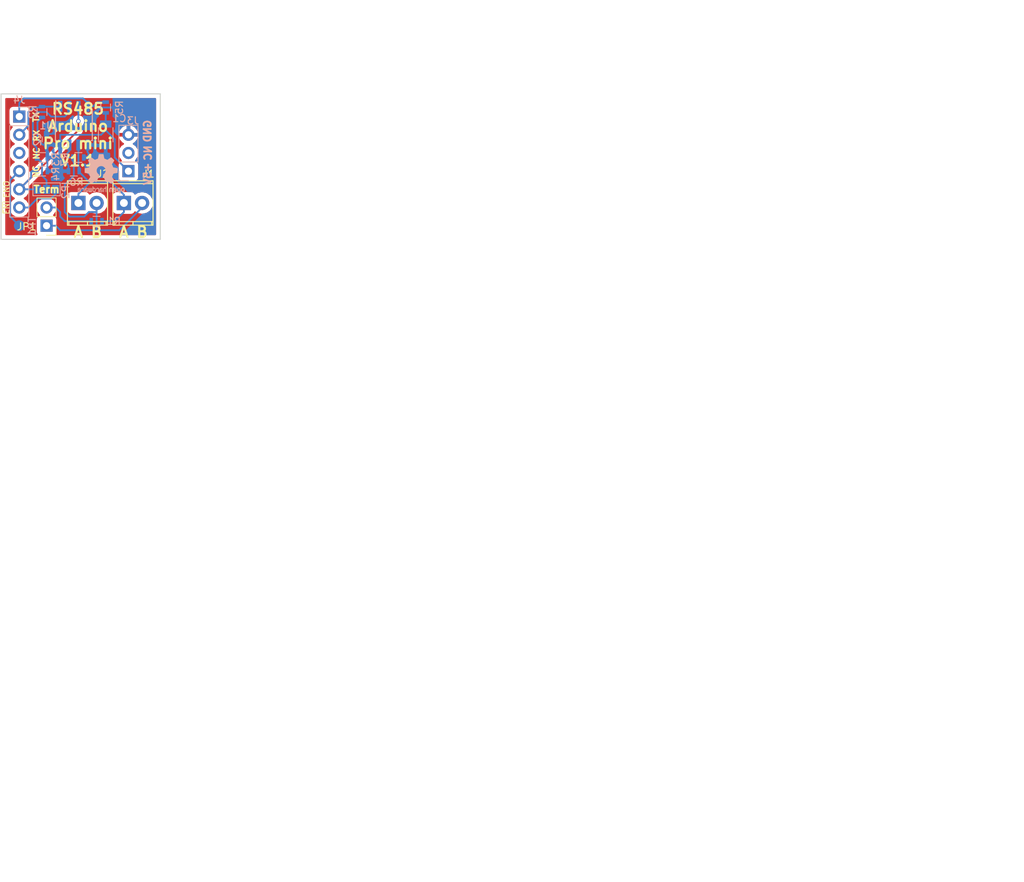
<source format=kicad_pcb>
(kicad_pcb (version 4) (host pcbnew 4.0.6)

  (general
    (links 32)
    (no_connects 0)
    (area 130.734999 84.379999 153.110001 104.850001)
    (thickness 1.6)
    (drawings 26)
    (tracks 156)
    (zones 0)
    (modules 18)
    (nets 14)
  )

  (page A4)
  (layers
    (0 F.Cu signal hide)
    (31 B.Cu signal hide)
    (32 B.Adhes user)
    (33 F.Adhes user)
    (34 B.Paste user)
    (35 F.Paste user)
    (36 B.SilkS user)
    (37 F.SilkS user)
    (38 B.Mask user)
    (39 F.Mask user)
    (40 Dwgs.User user)
    (41 Cmts.User user)
    (42 Eco1.User user)
    (43 Eco2.User user)
    (44 Edge.Cuts user)
    (45 Margin user)
    (46 B.CrtYd user)
    (47 F.CrtYd user)
    (48 B.Fab user)
    (49 F.Fab user)
  )

  (setup
    (last_trace_width 0.25)
    (trace_clearance 0.2)
    (zone_clearance 0.508)
    (zone_45_only no)
    (trace_min 0.2)
    (segment_width 0.2)
    (edge_width 0.15)
    (via_size 0.6)
    (via_drill 0.4)
    (via_min_size 0.4)
    (via_min_drill 0.3)
    (uvia_size 0.3)
    (uvia_drill 0.1)
    (uvias_allowed no)
    (uvia_min_size 0.2)
    (uvia_min_drill 0.1)
    (pcb_text_width 0.3)
    (pcb_text_size 1.5 1.5)
    (mod_edge_width 0.15)
    (mod_text_size 1 1)
    (mod_text_width 0.15)
    (pad_size 1.524 1.524)
    (pad_drill 0.762)
    (pad_to_mask_clearance 0.2)
    (aux_axis_origin 130.81 104.775)
    (grid_origin 130.81 104.775)
    (visible_elements 7FFFFFFF)
    (pcbplotparams
      (layerselection 0x010fc_80000001)
      (usegerberextensions true)
      (excludeedgelayer true)
      (linewidth 0.100000)
      (plotframeref false)
      (viasonmask false)
      (mode 1)
      (useauxorigin false)
      (hpglpennumber 1)
      (hpglpenspeed 20)
      (hpglpendiameter 15)
      (hpglpenoverlay 2)
      (psnegative false)
      (psa4output false)
      (plotreference true)
      (plotvalue false)
      (plotinvisibletext false)
      (padsonsilk false)
      (subtractmaskfromsilk true)
      (outputformat 1)
      (mirror false)
      (drillshape 0)
      (scaleselection 1)
      (outputdirectory gerber/))
  )

  (net 0 "")
  (net 1 +5V)
  (net 2 GND)
  (net 3 "Net-(J1-Pad2)")
  (net 4 "Net-(J1-Pad1)")
  (net 5 "Net-(J3-Pad2)")
  (net 6 "Net-(J4-Pad1)")
  (net 7 "Net-(J4-Pad2)")
  (net 8 "Net-(JP1-Pad2)")
  (net 9 "Net-(JP2-Pad2)")
  (net 10 "Net-(J4-Pad5)")
  (net 11 "Net-(J4-Pad6)")
  (net 12 "Net-(J4-Pad4)")
  (net 13 "Net-(J4-Pad3)")

  (net_class Default "This is the default net class."
    (clearance 0.2)
    (trace_width 0.25)
    (via_dia 0.6)
    (via_drill 0.4)
    (uvia_dia 0.3)
    (uvia_drill 0.1)
    (add_net +5V)
    (add_net GND)
    (add_net "Net-(J1-Pad1)")
    (add_net "Net-(J1-Pad2)")
    (add_net "Net-(J3-Pad2)")
    (add_net "Net-(J4-Pad1)")
    (add_net "Net-(J4-Pad2)")
    (add_net "Net-(J4-Pad3)")
    (add_net "Net-(J4-Pad4)")
    (add_net "Net-(J4-Pad5)")
    (add_net "Net-(J4-Pad6)")
    (add_net "Net-(JP1-Pad2)")
    (add_net "Net-(JP2-Pad2)")
  )

  (module Pin_Headers:Pin_Header_Straight_1x06_Pitch2.54mm (layer B.Cu) (tedit 59650532) (tstamp 59A2CD2A)
    (at 133.35 87.63 180)
    (descr "Through hole straight pin header, 1x06, 2.54mm pitch, single row")
    (tags "Through hole pin header THT 1x06 2.54mm single row")
    (path /59A2D058)
    (fp_text reference J4 (at 0 2.33 180) (layer B.SilkS)
      (effects (font (size 1 1) (thickness 0.15)) (justify mirror))
    )
    (fp_text value CONN_01X06 (at 0 -15.03 180) (layer B.Fab)
      (effects (font (size 1 1) (thickness 0.15)) (justify mirror))
    )
    (fp_line (start -0.635 1.27) (end 1.27 1.27) (layer B.Fab) (width 0.1))
    (fp_line (start 1.27 1.27) (end 1.27 -13.97) (layer B.Fab) (width 0.1))
    (fp_line (start 1.27 -13.97) (end -1.27 -13.97) (layer B.Fab) (width 0.1))
    (fp_line (start -1.27 -13.97) (end -1.27 0.635) (layer B.Fab) (width 0.1))
    (fp_line (start -1.27 0.635) (end -0.635 1.27) (layer B.Fab) (width 0.1))
    (fp_line (start -1.33 -14.03) (end 1.33 -14.03) (layer B.SilkS) (width 0.12))
    (fp_line (start -1.33 -1.27) (end -1.33 -14.03) (layer B.SilkS) (width 0.12))
    (fp_line (start 1.33 -1.27) (end 1.33 -14.03) (layer B.SilkS) (width 0.12))
    (fp_line (start -1.33 -1.27) (end 1.33 -1.27) (layer B.SilkS) (width 0.12))
    (fp_line (start -1.33 0) (end -1.33 1.33) (layer B.SilkS) (width 0.12))
    (fp_line (start -1.33 1.33) (end 0 1.33) (layer B.SilkS) (width 0.12))
    (fp_line (start -1.8 1.8) (end -1.8 -14.5) (layer B.CrtYd) (width 0.05))
    (fp_line (start -1.8 -14.5) (end 1.8 -14.5) (layer B.CrtYd) (width 0.05))
    (fp_line (start 1.8 -14.5) (end 1.8 1.8) (layer B.CrtYd) (width 0.05))
    (fp_line (start 1.8 1.8) (end -1.8 1.8) (layer B.CrtYd) (width 0.05))
    (fp_text user %R (at 0 -6.35 450) (layer B.Fab)
      (effects (font (size 1 1) (thickness 0.15)) (justify mirror))
    )
    (pad 1 thru_hole rect (at 0 0 180) (size 1.7 1.7) (drill 1) (layers *.Cu *.Mask)
      (net 6 "Net-(J4-Pad1)"))
    (pad 2 thru_hole oval (at 0 -2.54 180) (size 1.7 1.7) (drill 1) (layers *.Cu *.Mask)
      (net 7 "Net-(J4-Pad2)"))
    (pad 3 thru_hole oval (at 0 -5.08 180) (size 1.7 1.7) (drill 1) (layers *.Cu *.Mask)
      (net 13 "Net-(J4-Pad3)"))
    (pad 4 thru_hole oval (at 0 -7.62 180) (size 1.7 1.7) (drill 1) (layers *.Cu *.Mask)
      (net 12 "Net-(J4-Pad4)"))
    (pad 5 thru_hole oval (at 0 -10.16 180) (size 1.7 1.7) (drill 1) (layers *.Cu *.Mask)
      (net 10 "Net-(J4-Pad5)"))
    (pad 6 thru_hole oval (at 0 -12.7 180) (size 1.7 1.7) (drill 1) (layers *.Cu *.Mask)
      (net 11 "Net-(J4-Pad6)"))
    (model ${KISYS3DMOD}/Pin_Headers.3dshapes/Pin_Header_Straight_1x06_Pitch2.54mm.wrl
      (at (xyz 0 0 0))
      (scale (xyz 1 1 1))
      (rotate (xyz 0 0 0))
    )
  )

  (module Connectors_Terminal_Blocks:TerminalBlock_Pheonix_MPT-2.54mm_2pol (layer F.Cu) (tedit 59A2D1B5) (tstamp 59A21886)
    (at 147.955 99.695)
    (descr "2-way 2.54mm pitch terminal block, Phoenix MPT series")
    (path /59A206B1)
    (fp_text reference J1 (at 3.429 -4.064) (layer F.SilkS)
      (effects (font (size 1 1) (thickness 0.15)))
    )
    (fp_text value Screw_Terminal_1x02 (at 1.27 4.50088) (layer F.Fab)
      (effects (font (size 1 1) (thickness 0.15)))
    )
    (fp_line (start -1.7 -3.3) (end 4.3 -3.3) (layer F.CrtYd) (width 0.05))
    (fp_line (start -1.7 3.3) (end -1.7 -3.3) (layer F.CrtYd) (width 0.05))
    (fp_line (start 4.3 3.3) (end -1.7 3.3) (layer F.CrtYd) (width 0.05))
    (fp_line (start 4.3 -3.3) (end 4.3 3.3) (layer F.CrtYd) (width 0.05))
    (fp_line (start 4.06908 2.60096) (end -1.52908 2.60096) (layer F.SilkS) (width 0.15))
    (fp_line (start -1.33096 3.0988) (end -1.33096 2.60096) (layer F.SilkS) (width 0.15))
    (fp_line (start 3.87096 2.60096) (end 3.87096 3.0988) (layer F.SilkS) (width 0.15))
    (fp_line (start 1.27 3.0988) (end 1.27 2.60096) (layer F.SilkS) (width 0.15))
    (fp_line (start -1.52908 -2.70002) (end 4.06908 -2.70002) (layer F.SilkS) (width 0.15))
    (fp_line (start -1.52908 3.0988) (end 4.06908 3.0988) (layer F.SilkS) (width 0.15))
    (fp_line (start 4.06908 3.0988) (end 4.06908 -3.0988) (layer F.SilkS) (width 0.15))
    (fp_line (start 4.06908 -3.0988) (end -1.52908 -3.0988) (layer F.SilkS) (width 0.15))
    (fp_line (start -1.52908 -3.0988) (end -1.52908 3.0988) (layer F.SilkS) (width 0.15))
    (pad 2 thru_hole oval (at 2.54 0) (size 1.99898 1.99898) (drill 1.09728) (layers *.Cu *.Mask)
      (net 3 "Net-(J1-Pad2)"))
    (pad 1 thru_hole rect (at 0 0) (size 1.99898 1.99898) (drill 1.09728) (layers *.Cu *.Mask)
      (net 4 "Net-(J1-Pad1)"))
    (model Terminal_Blocks.3dshapes/TerminalBlock_Pheonix_MPT-2.54mm_2pol.wrl
      (at (xyz 0.05 0 0))
      (scale (xyz 1 1 1))
      (rotate (xyz 0 0 0))
    )
  )

  (module Capacitors_SMD:C_1206 (layer B.Cu) (tedit 59A35ADC) (tstamp 59A2187A)
    (at 145.415 90.17 270)
    (descr "Capacitor SMD 1206, reflow soldering, AVX (see smccp.pdf)")
    (tags "capacitor 1206")
    (path /59A21DBC)
    (attr smd)
    (fp_text reference C1 (at -2.286 -1.905 360) (layer B.SilkS)
      (effects (font (size 1 1) (thickness 0.15)) (justify mirror))
    )
    (fp_text value 10u (at 0 -2 270) (layer B.Fab)
      (effects (font (size 1 1) (thickness 0.15)) (justify mirror))
    )
    (fp_text user %R (at 0 1.75 270) (layer B.Fab)
      (effects (font (size 1 1) (thickness 0.15)) (justify mirror))
    )
    (fp_line (start -1.6 -0.8) (end -1.6 0.8) (layer B.Fab) (width 0.1))
    (fp_line (start 1.6 -0.8) (end -1.6 -0.8) (layer B.Fab) (width 0.1))
    (fp_line (start 1.6 0.8) (end 1.6 -0.8) (layer B.Fab) (width 0.1))
    (fp_line (start -1.6 0.8) (end 1.6 0.8) (layer B.Fab) (width 0.1))
    (fp_line (start 1 1.02) (end -1 1.02) (layer B.SilkS) (width 0.12))
    (fp_line (start -1 -1.02) (end 1 -1.02) (layer B.SilkS) (width 0.12))
    (fp_line (start -2.25 1.05) (end 2.25 1.05) (layer B.CrtYd) (width 0.05))
    (fp_line (start -2.25 1.05) (end -2.25 -1.05) (layer B.CrtYd) (width 0.05))
    (fp_line (start 2.25 -1.05) (end 2.25 1.05) (layer B.CrtYd) (width 0.05))
    (fp_line (start 2.25 -1.05) (end -2.25 -1.05) (layer B.CrtYd) (width 0.05))
    (pad 1 smd rect (at -1.5 0 270) (size 1 1.6) (layers B.Cu B.Paste B.Mask)
      (net 1 +5V))
    (pad 2 smd rect (at 1.5 0 270) (size 1 1.6) (layers B.Cu B.Paste B.Mask)
      (net 2 GND))
    (model Capacitors_SMD.3dshapes/C_1206.wrl
      (at (xyz 0 0 0))
      (scale (xyz 1 1 1))
      (rotate (xyz 0 0 0))
    )
  )

  (module Capacitors_SMD:C_0603 (layer B.Cu) (tedit 59A2BE38) (tstamp 59A21880)
    (at 137.16 90.805 90)
    (descr "Capacitor SMD 0603, reflow soldering, AVX (see smccp.pdf)")
    (tags "capacitor 0603")
    (path /59A21F55)
    (attr smd)
    (fp_text reference C2 (at 0 -1.27 90) (layer B.SilkS)
      (effects (font (size 1 1) (thickness 0.15)) (justify mirror))
    )
    (fp_text value 100n (at 0 -1.5 90) (layer B.Fab)
      (effects (font (size 1 1) (thickness 0.15)) (justify mirror))
    )
    (fp_line (start 1.4 -0.65) (end -1.4 -0.65) (layer B.CrtYd) (width 0.05))
    (fp_line (start 1.4 -0.65) (end 1.4 0.65) (layer B.CrtYd) (width 0.05))
    (fp_line (start -1.4 0.65) (end -1.4 -0.65) (layer B.CrtYd) (width 0.05))
    (fp_line (start -1.4 0.65) (end 1.4 0.65) (layer B.CrtYd) (width 0.05))
    (fp_line (start 0.35 -0.6) (end -0.35 -0.6) (layer B.SilkS) (width 0.12))
    (fp_line (start -0.35 0.6) (end 0.35 0.6) (layer B.SilkS) (width 0.12))
    (fp_line (start -0.8 0.4) (end 0.8 0.4) (layer B.Fab) (width 0.1))
    (fp_line (start 0.8 0.4) (end 0.8 -0.4) (layer B.Fab) (width 0.1))
    (fp_line (start 0.8 -0.4) (end -0.8 -0.4) (layer B.Fab) (width 0.1))
    (fp_line (start -0.8 -0.4) (end -0.8 0.4) (layer B.Fab) (width 0.1))
    (fp_text user %R (at 0 0 90) (layer B.Fab)
      (effects (font (size 0.3 0.3) (thickness 0.075)) (justify mirror))
    )
    (pad 2 smd rect (at 0.75 0 90) (size 0.8 0.75) (layers B.Cu B.Paste B.Mask)
      (net 2 GND))
    (pad 1 smd rect (at -0.75 0 90) (size 0.8 0.75) (layers B.Cu B.Paste B.Mask)
      (net 1 +5V))
    (model Capacitors_SMD.3dshapes/C_0603.wrl
      (at (xyz 0 0 0))
      (scale (xyz 1 1 1))
      (rotate (xyz 0 0 0))
    )
  )

  (module Connectors_Terminal_Blocks:TerminalBlock_Pheonix_MPT-2.54mm_2pol (layer F.Cu) (tedit 59A2D1B7) (tstamp 59A2188C)
    (at 141.605 99.695)
    (descr "2-way 2.54mm pitch terminal block, Phoenix MPT series")
    (path /59A206E0)
    (fp_text reference J2 (at 3.429 -4.064) (layer F.SilkS)
      (effects (font (size 1 1) (thickness 0.15)))
    )
    (fp_text value Screw_Terminal_1x02 (at 1.27 4.50088) (layer F.Fab)
      (effects (font (size 1 1) (thickness 0.15)))
    )
    (fp_line (start -1.7 -3.3) (end 4.3 -3.3) (layer F.CrtYd) (width 0.05))
    (fp_line (start -1.7 3.3) (end -1.7 -3.3) (layer F.CrtYd) (width 0.05))
    (fp_line (start 4.3 3.3) (end -1.7 3.3) (layer F.CrtYd) (width 0.05))
    (fp_line (start 4.3 -3.3) (end 4.3 3.3) (layer F.CrtYd) (width 0.05))
    (fp_line (start 4.06908 2.60096) (end -1.52908 2.60096) (layer F.SilkS) (width 0.15))
    (fp_line (start -1.33096 3.0988) (end -1.33096 2.60096) (layer F.SilkS) (width 0.15))
    (fp_line (start 3.87096 2.60096) (end 3.87096 3.0988) (layer F.SilkS) (width 0.15))
    (fp_line (start 1.27 3.0988) (end 1.27 2.60096) (layer F.SilkS) (width 0.15))
    (fp_line (start -1.52908 -2.70002) (end 4.06908 -2.70002) (layer F.SilkS) (width 0.15))
    (fp_line (start -1.52908 3.0988) (end 4.06908 3.0988) (layer F.SilkS) (width 0.15))
    (fp_line (start 4.06908 3.0988) (end 4.06908 -3.0988) (layer F.SilkS) (width 0.15))
    (fp_line (start 4.06908 -3.0988) (end -1.52908 -3.0988) (layer F.SilkS) (width 0.15))
    (fp_line (start -1.52908 -3.0988) (end -1.52908 3.0988) (layer F.SilkS) (width 0.15))
    (pad 2 thru_hole oval (at 2.54 0) (size 1.99898 1.99898) (drill 1.09728) (layers *.Cu *.Mask)
      (net 3 "Net-(J1-Pad2)"))
    (pad 1 thru_hole rect (at 0 0) (size 1.99898 1.99898) (drill 1.09728) (layers *.Cu *.Mask)
      (net 4 "Net-(J1-Pad1)"))
    (model Terminal_Blocks.3dshapes/TerminalBlock_Pheonix_MPT-2.54mm_2pol.wrl
      (at (xyz 0.05 0 0))
      (scale (xyz 1 1 1))
      (rotate (xyz 0 0 0))
    )
  )

  (module Pin_Headers:Pin_Header_Straight_1x03_Pitch2.54mm (layer B.Cu) (tedit 59A35B15) (tstamp 59A21893)
    (at 148.59 95.25)
    (descr "Through hole straight pin header, 1x03, 2.54mm pitch, single row")
    (tags "Through hole pin header THT 1x03 2.54mm single row")
    (path /59A224DF)
    (fp_text reference J3 (at 0.635 -7.0485) (layer B.SilkS)
      (effects (font (size 1 1) (thickness 0.15)) (justify mirror))
    )
    (fp_text value CONN_01X03 (at 0 -7.41) (layer B.Fab)
      (effects (font (size 1 1) (thickness 0.15)) (justify mirror))
    )
    (fp_line (start -0.635 1.27) (end 1.27 1.27) (layer B.Fab) (width 0.1))
    (fp_line (start 1.27 1.27) (end 1.27 -6.35) (layer B.Fab) (width 0.1))
    (fp_line (start 1.27 -6.35) (end -1.27 -6.35) (layer B.Fab) (width 0.1))
    (fp_line (start -1.27 -6.35) (end -1.27 0.635) (layer B.Fab) (width 0.1))
    (fp_line (start -1.27 0.635) (end -0.635 1.27) (layer B.Fab) (width 0.1))
    (fp_line (start -1.33 -6.41) (end 1.33 -6.41) (layer B.SilkS) (width 0.12))
    (fp_line (start -1.33 -1.27) (end -1.33 -6.41) (layer B.SilkS) (width 0.12))
    (fp_line (start 1.33 -1.27) (end 1.33 -6.41) (layer B.SilkS) (width 0.12))
    (fp_line (start -1.33 -1.27) (end 1.33 -1.27) (layer B.SilkS) (width 0.12))
    (fp_line (start -1.33 0) (end -1.33 1.33) (layer B.SilkS) (width 0.12))
    (fp_line (start -1.33 1.33) (end 0 1.33) (layer B.SilkS) (width 0.12))
    (fp_line (start -1.8 1.8) (end -1.8 -6.85) (layer B.CrtYd) (width 0.05))
    (fp_line (start -1.8 -6.85) (end 1.8 -6.85) (layer B.CrtYd) (width 0.05))
    (fp_line (start 1.8 -6.85) (end 1.8 1.8) (layer B.CrtYd) (width 0.05))
    (fp_line (start 1.8 1.8) (end -1.8 1.8) (layer B.CrtYd) (width 0.05))
    (fp_text user %R (at 0 -2.54 270) (layer B.Fab)
      (effects (font (size 1 1) (thickness 0.15)) (justify mirror))
    )
    (pad 1 thru_hole rect (at 0 0) (size 1.7 1.7) (drill 1) (layers *.Cu *.Mask)
      (net 1 +5V))
    (pad 2 thru_hole oval (at 0 -2.54) (size 1.7 1.7) (drill 1) (layers *.Cu *.Mask)
      (net 5 "Net-(J3-Pad2)"))
    (pad 3 thru_hole oval (at 0 -5.08) (size 1.7 1.7) (drill 1) (layers *.Cu *.Mask)
      (net 2 GND))
    (model ${KISYS3DMOD}/Pin_Headers.3dshapes/Pin_Header_Straight_1x03_Pitch2.54mm.wrl
      (at (xyz 0 0 0))
      (scale (xyz 1 1 1))
      (rotate (xyz 0 0 0))
    )
  )

  (module Pin_Headers:Pin_Header_Straight_1x02_Pitch2.54mm (layer F.Cu) (tedit 59A2D541) (tstamp 59A218A4)
    (at 137.16 102.87 180)
    (descr "Through hole straight pin header, 1x02, 2.54mm pitch, single row")
    (tags "Through hole pin header THT 1x02 2.54mm single row")
    (path /59A20713)
    (fp_text reference JP1 (at 2.794 -0.127 180) (layer F.SilkS)
      (effects (font (size 1 1) (thickness 0.15)))
    )
    (fp_text value Jumper (at 0 4.87 180) (layer F.Fab)
      (effects (font (size 1 1) (thickness 0.15)))
    )
    (fp_line (start -0.635 -1.27) (end 1.27 -1.27) (layer F.Fab) (width 0.1))
    (fp_line (start 1.27 -1.27) (end 1.27 3.81) (layer F.Fab) (width 0.1))
    (fp_line (start 1.27 3.81) (end -1.27 3.81) (layer F.Fab) (width 0.1))
    (fp_line (start -1.27 3.81) (end -1.27 -0.635) (layer F.Fab) (width 0.1))
    (fp_line (start -1.27 -0.635) (end -0.635 -1.27) (layer F.Fab) (width 0.1))
    (fp_line (start -1.33 3.87) (end 1.33 3.87) (layer F.SilkS) (width 0.12))
    (fp_line (start -1.33 1.27) (end -1.33 3.87) (layer F.SilkS) (width 0.12))
    (fp_line (start 1.33 1.27) (end 1.33 3.87) (layer F.SilkS) (width 0.12))
    (fp_line (start -1.33 1.27) (end 1.33 1.27) (layer F.SilkS) (width 0.12))
    (fp_line (start -1.33 0) (end -1.33 -1.33) (layer F.SilkS) (width 0.12))
    (fp_line (start -1.33 -1.33) (end 0 -1.33) (layer F.SilkS) (width 0.12))
    (fp_line (start -1.8 -1.8) (end -1.8 4.35) (layer F.CrtYd) (width 0.05))
    (fp_line (start -1.8 4.35) (end 1.8 4.35) (layer F.CrtYd) (width 0.05))
    (fp_line (start 1.8 4.35) (end 1.8 -1.8) (layer F.CrtYd) (width 0.05))
    (fp_line (start 1.8 -1.8) (end -1.8 -1.8) (layer F.CrtYd) (width 0.05))
    (fp_text user %R (at 0 1.27 270) (layer F.Fab)
      (effects (font (size 1 1) (thickness 0.15)))
    )
    (pad 1 thru_hole rect (at 0 0 180) (size 1.7 1.7) (drill 1) (layers *.Cu *.Mask)
      (net 3 "Net-(J1-Pad2)"))
    (pad 2 thru_hole oval (at 0 2.54 180) (size 1.7 1.7) (drill 1) (layers *.Cu *.Mask)
      (net 8 "Net-(JP1-Pad2)"))
    (model ${KISYS3DMOD}/Pin_Headers.3dshapes/Pin_Header_Straight_1x02_Pitch2.54mm.wrl
      (at (xyz 0 0 0))
      (scale (xyz 1 1 1))
      (rotate (xyz 0 0 0))
    )
  )

  (module Resistors_SMD:R_0603 (layer B.Cu) (tedit 59A2F25B) (tstamp 59A218AA)
    (at 144.145 102.235 180)
    (descr "Resistor SMD 0603, reflow soldering, Vishay (see dcrcw.pdf)")
    (tags "resistor 0603")
    (path /59A207B4)
    (attr smd)
    (fp_text reference R1 (at -2.413 0 180) (layer B.SilkS)
      (effects (font (size 1 1) (thickness 0.15)) (justify mirror))
    )
    (fp_text value 120R (at 0 -1.5 180) (layer B.Fab)
      (effects (font (size 1 1) (thickness 0.15)) (justify mirror))
    )
    (fp_text user %R (at 0 0 180) (layer B.Fab)
      (effects (font (size 0.4 0.4) (thickness 0.075)) (justify mirror))
    )
    (fp_line (start -0.8 -0.4) (end -0.8 0.4) (layer B.Fab) (width 0.1))
    (fp_line (start 0.8 -0.4) (end -0.8 -0.4) (layer B.Fab) (width 0.1))
    (fp_line (start 0.8 0.4) (end 0.8 -0.4) (layer B.Fab) (width 0.1))
    (fp_line (start -0.8 0.4) (end 0.8 0.4) (layer B.Fab) (width 0.1))
    (fp_line (start 0.5 -0.68) (end -0.5 -0.68) (layer B.SilkS) (width 0.12))
    (fp_line (start -0.5 0.68) (end 0.5 0.68) (layer B.SilkS) (width 0.12))
    (fp_line (start -1.25 0.7) (end 1.25 0.7) (layer B.CrtYd) (width 0.05))
    (fp_line (start -1.25 0.7) (end -1.25 -0.7) (layer B.CrtYd) (width 0.05))
    (fp_line (start 1.25 -0.7) (end 1.25 0.7) (layer B.CrtYd) (width 0.05))
    (fp_line (start 1.25 -0.7) (end -1.25 -0.7) (layer B.CrtYd) (width 0.05))
    (pad 1 smd rect (at -0.75 0 180) (size 0.5 0.9) (layers B.Cu B.Paste B.Mask)
      (net 4 "Net-(J1-Pad1)"))
    (pad 2 smd rect (at 0.75 0 180) (size 0.5 0.9) (layers B.Cu B.Paste B.Mask)
      (net 8 "Net-(JP1-Pad2)"))
    (model ${KISYS3DMOD}/Resistors_SMD.3dshapes/R_0603.wrl
      (at (xyz 0 0 0))
      (scale (xyz 1 1 1))
      (rotate (xyz 0 0 0))
    )
  )

  (module Resistors_SMD:R_0603 (layer B.Cu) (tedit 59A2DEEF) (tstamp 59A218B0)
    (at 136.525 86.995 270)
    (descr "Resistor SMD 0603, reflow soldering, Vishay (see dcrcw.pdf)")
    (tags "resistor 0603")
    (path /59A20C06)
    (attr smd)
    (fp_text reference R2 (at 0 1.27 450) (layer B.SilkS)
      (effects (font (size 1 1) (thickness 0.15)) (justify mirror))
    )
    (fp_text value 10k0 (at 0 -1.5 270) (layer B.Fab)
      (effects (font (size 1 1) (thickness 0.15)) (justify mirror))
    )
    (fp_text user %R (at 0 0 270) (layer B.Fab)
      (effects (font (size 0.4 0.4) (thickness 0.075)) (justify mirror))
    )
    (fp_line (start -0.8 -0.4) (end -0.8 0.4) (layer B.Fab) (width 0.1))
    (fp_line (start 0.8 -0.4) (end -0.8 -0.4) (layer B.Fab) (width 0.1))
    (fp_line (start 0.8 0.4) (end 0.8 -0.4) (layer B.Fab) (width 0.1))
    (fp_line (start -0.8 0.4) (end 0.8 0.4) (layer B.Fab) (width 0.1))
    (fp_line (start 0.5 -0.68) (end -0.5 -0.68) (layer B.SilkS) (width 0.12))
    (fp_line (start -0.5 0.68) (end 0.5 0.68) (layer B.SilkS) (width 0.12))
    (fp_line (start -1.25 0.7) (end 1.25 0.7) (layer B.CrtYd) (width 0.05))
    (fp_line (start -1.25 0.7) (end -1.25 -0.7) (layer B.CrtYd) (width 0.05))
    (fp_line (start 1.25 -0.7) (end 1.25 0.7) (layer B.CrtYd) (width 0.05))
    (fp_line (start 1.25 -0.7) (end -1.25 -0.7) (layer B.CrtYd) (width 0.05))
    (pad 1 smd rect (at -0.75 0 270) (size 0.5 0.9) (layers B.Cu B.Paste B.Mask)
      (net 7 "Net-(J4-Pad2)"))
    (pad 2 smd rect (at 0.75 0 270) (size 0.5 0.9) (layers B.Cu B.Paste B.Mask)
      (net 1 +5V))
    (model ${KISYS3DMOD}/Resistors_SMD.3dshapes/R_0603.wrl
      (at (xyz 0 0 0))
      (scale (xyz 1 1 1))
      (rotate (xyz 0 0 0))
    )
  )

  (module Resistors_SMD:R_0603 (layer B.Cu) (tedit 59A2D1A1) (tstamp 59A218B6)
    (at 136.525 93.345)
    (descr "Resistor SMD 0603, reflow soldering, Vishay (see dcrcw.pdf)")
    (tags "resistor 0603")
    (path /59A20CF7)
    (attr smd)
    (fp_text reference R3 (at 1.905 0.254 90) (layer B.SilkS)
      (effects (font (size 1 1) (thickness 0.15)) (justify mirror))
    )
    (fp_text value 10k0 (at 0 -1.5) (layer B.Fab)
      (effects (font (size 1 1) (thickness 0.15)) (justify mirror))
    )
    (fp_text user %R (at 0 0) (layer B.Fab)
      (effects (font (size 0.4 0.4) (thickness 0.075)) (justify mirror))
    )
    (fp_line (start -0.8 -0.4) (end -0.8 0.4) (layer B.Fab) (width 0.1))
    (fp_line (start 0.8 -0.4) (end -0.8 -0.4) (layer B.Fab) (width 0.1))
    (fp_line (start 0.8 0.4) (end 0.8 -0.4) (layer B.Fab) (width 0.1))
    (fp_line (start -0.8 0.4) (end 0.8 0.4) (layer B.Fab) (width 0.1))
    (fp_line (start 0.5 -0.68) (end -0.5 -0.68) (layer B.SilkS) (width 0.12))
    (fp_line (start -0.5 0.68) (end 0.5 0.68) (layer B.SilkS) (width 0.12))
    (fp_line (start -1.25 0.7) (end 1.25 0.7) (layer B.CrtYd) (width 0.05))
    (fp_line (start -1.25 0.7) (end -1.25 -0.7) (layer B.CrtYd) (width 0.05))
    (fp_line (start 1.25 -0.7) (end 1.25 0.7) (layer B.CrtYd) (width 0.05))
    (fp_line (start 1.25 -0.7) (end -1.25 -0.7) (layer B.CrtYd) (width 0.05))
    (pad 1 smd rect (at -0.75 0) (size 0.5 0.9) (layers B.Cu B.Paste B.Mask)
      (net 9 "Net-(JP2-Pad2)"))
    (pad 2 smd rect (at 0.75 0) (size 0.5 0.9) (layers B.Cu B.Paste B.Mask)
      (net 1 +5V))
    (model ${KISYS3DMOD}/Resistors_SMD.3dshapes/R_0603.wrl
      (at (xyz 0 0 0))
      (scale (xyz 1 1 1))
      (rotate (xyz 0 0 0))
    )
  )

  (module Resistors_SMD:R_0603 (layer B.Cu) (tedit 59A2D1A5) (tstamp 59A218BC)
    (at 136.525 95.25)
    (descr "Resistor SMD 0603, reflow soldering, Vishay (see dcrcw.pdf)")
    (tags "resistor 0603")
    (path /59A20D4E)
    (attr smd)
    (fp_text reference R4 (at 1.905 0.381 90) (layer B.SilkS)
      (effects (font (size 1 1) (thickness 0.15)) (justify mirror))
    )
    (fp_text value 10k0 (at 0 -1.5) (layer B.Fab)
      (effects (font (size 1 1) (thickness 0.15)) (justify mirror))
    )
    (fp_text user %R (at 0 0) (layer B.Fab)
      (effects (font (size 0.4 0.4) (thickness 0.075)) (justify mirror))
    )
    (fp_line (start -0.8 -0.4) (end -0.8 0.4) (layer B.Fab) (width 0.1))
    (fp_line (start 0.8 -0.4) (end -0.8 -0.4) (layer B.Fab) (width 0.1))
    (fp_line (start 0.8 0.4) (end 0.8 -0.4) (layer B.Fab) (width 0.1))
    (fp_line (start -0.8 0.4) (end 0.8 0.4) (layer B.Fab) (width 0.1))
    (fp_line (start 0.5 -0.68) (end -0.5 -0.68) (layer B.SilkS) (width 0.12))
    (fp_line (start -0.5 0.68) (end 0.5 0.68) (layer B.SilkS) (width 0.12))
    (fp_line (start -1.25 0.7) (end 1.25 0.7) (layer B.CrtYd) (width 0.05))
    (fp_line (start -1.25 0.7) (end -1.25 -0.7) (layer B.CrtYd) (width 0.05))
    (fp_line (start 1.25 -0.7) (end 1.25 0.7) (layer B.CrtYd) (width 0.05))
    (fp_line (start 1.25 -0.7) (end -1.25 -0.7) (layer B.CrtYd) (width 0.05))
    (pad 1 smd rect (at -0.75 0) (size 0.5 0.9) (layers B.Cu B.Paste B.Mask)
      (net 10 "Net-(J4-Pad5)"))
    (pad 2 smd rect (at 0.75 0) (size 0.5 0.9) (layers B.Cu B.Paste B.Mask)
      (net 1 +5V))
    (model ${KISYS3DMOD}/Resistors_SMD.3dshapes/R_0603.wrl
      (at (xyz 0 0 0))
      (scale (xyz 1 1 1))
      (rotate (xyz 0 0 0))
    )
  )

  (module Resistors_SMD:R_0603 (layer B.Cu) (tedit 59A2DF0C) (tstamp 59A218C2)
    (at 145.415 86.36 270)
    (descr "Resistor SMD 0603, reflow soldering, Vishay (see dcrcw.pdf)")
    (tags "resistor 0603")
    (path /59A20D54)
    (attr smd)
    (fp_text reference R5 (at 0 -1.905 450) (layer B.SilkS)
      (effects (font (size 1 1) (thickness 0.15)) (justify mirror))
    )
    (fp_text value 10k0 (at 0 -1.5 270) (layer B.Fab)
      (effects (font (size 1 1) (thickness 0.15)) (justify mirror))
    )
    (fp_text user %R (at 0 0 270) (layer B.Fab)
      (effects (font (size 0.4 0.4) (thickness 0.075)) (justify mirror))
    )
    (fp_line (start -0.8 -0.4) (end -0.8 0.4) (layer B.Fab) (width 0.1))
    (fp_line (start 0.8 -0.4) (end -0.8 -0.4) (layer B.Fab) (width 0.1))
    (fp_line (start 0.8 0.4) (end 0.8 -0.4) (layer B.Fab) (width 0.1))
    (fp_line (start -0.8 0.4) (end 0.8 0.4) (layer B.Fab) (width 0.1))
    (fp_line (start 0.5 -0.68) (end -0.5 -0.68) (layer B.SilkS) (width 0.12))
    (fp_line (start -0.5 0.68) (end 0.5 0.68) (layer B.SilkS) (width 0.12))
    (fp_line (start -1.25 0.7) (end 1.25 0.7) (layer B.CrtYd) (width 0.05))
    (fp_line (start -1.25 0.7) (end -1.25 -0.7) (layer B.CrtYd) (width 0.05))
    (fp_line (start 1.25 -0.7) (end 1.25 0.7) (layer B.CrtYd) (width 0.05))
    (fp_line (start 1.25 -0.7) (end -1.25 -0.7) (layer B.CrtYd) (width 0.05))
    (pad 1 smd rect (at -0.75 0 270) (size 0.5 0.9) (layers B.Cu B.Paste B.Mask)
      (net 6 "Net-(J4-Pad1)"))
    (pad 2 smd rect (at 0.75 0 270) (size 0.5 0.9) (layers B.Cu B.Paste B.Mask)
      (net 1 +5V))
    (model ${KISYS3DMOD}/Resistors_SMD.3dshapes/R_0603.wrl
      (at (xyz 0 0 0))
      (scale (xyz 1 1 1))
      (rotate (xyz 0 0 0))
    )
  )

  (module Resistors_SMD:R_0603 (layer B.Cu) (tedit 59A35AEF) (tstamp 59A218C8)
    (at 140.97 95.25)
    (descr "Resistor SMD 0603, reflow soldering, Vishay (see dcrcw.pdf)")
    (tags "resistor 0603")
    (path /59A214C6)
    (attr smd)
    (fp_text reference R6 (at 0.381 1.524 180) (layer B.SilkS)
      (effects (font (size 1 1) (thickness 0.15)) (justify mirror))
    )
    (fp_text value 20k (at 0 -1.5) (layer B.Fab)
      (effects (font (size 1 1) (thickness 0.15)) (justify mirror))
    )
    (fp_text user %R (at 0 0) (layer B.Fab)
      (effects (font (size 0.4 0.4) (thickness 0.075)) (justify mirror))
    )
    (fp_line (start -0.8 -0.4) (end -0.8 0.4) (layer B.Fab) (width 0.1))
    (fp_line (start 0.8 -0.4) (end -0.8 -0.4) (layer B.Fab) (width 0.1))
    (fp_line (start 0.8 0.4) (end 0.8 -0.4) (layer B.Fab) (width 0.1))
    (fp_line (start -0.8 0.4) (end 0.8 0.4) (layer B.Fab) (width 0.1))
    (fp_line (start 0.5 -0.68) (end -0.5 -0.68) (layer B.SilkS) (width 0.12))
    (fp_line (start -0.5 0.68) (end 0.5 0.68) (layer B.SilkS) (width 0.12))
    (fp_line (start -1.25 0.7) (end 1.25 0.7) (layer B.CrtYd) (width 0.05))
    (fp_line (start -1.25 0.7) (end -1.25 -0.7) (layer B.CrtYd) (width 0.05))
    (fp_line (start 1.25 -0.7) (end 1.25 0.7) (layer B.CrtYd) (width 0.05))
    (fp_line (start 1.25 -0.7) (end -1.25 -0.7) (layer B.CrtYd) (width 0.05))
    (pad 1 smd rect (at -0.75 0) (size 0.5 0.9) (layers B.Cu B.Paste B.Mask)
      (net 1 +5V))
    (pad 2 smd rect (at 0.75 0) (size 0.5 0.9) (layers B.Cu B.Paste B.Mask)
      (net 4 "Net-(J1-Pad1)"))
    (model ${KISYS3DMOD}/Resistors_SMD.3dshapes/R_0603.wrl
      (at (xyz 0 0 0))
      (scale (xyz 1 1 1))
      (rotate (xyz 0 0 0))
    )
  )

  (module Resistors_SMD:R_0603 (layer B.Cu) (tedit 59A2D19B) (tstamp 59A218CE)
    (at 141.605 93.345)
    (descr "Resistor SMD 0603, reflow soldering, Vishay (see dcrcw.pdf)")
    (tags "resistor 0603")
    (path /59A21585)
    (attr smd)
    (fp_text reference R7 (at -1.905 0.254 90) (layer B.SilkS)
      (effects (font (size 1 1) (thickness 0.15)) (justify mirror))
    )
    (fp_text value 20k (at 0 -1.5) (layer B.Fab)
      (effects (font (size 1 1) (thickness 0.15)) (justify mirror))
    )
    (fp_text user %R (at 0 0) (layer B.Fab)
      (effects (font (size 0.4 0.4) (thickness 0.075)) (justify mirror))
    )
    (fp_line (start -0.8 -0.4) (end -0.8 0.4) (layer B.Fab) (width 0.1))
    (fp_line (start 0.8 -0.4) (end -0.8 -0.4) (layer B.Fab) (width 0.1))
    (fp_line (start 0.8 0.4) (end 0.8 -0.4) (layer B.Fab) (width 0.1))
    (fp_line (start -0.8 0.4) (end 0.8 0.4) (layer B.Fab) (width 0.1))
    (fp_line (start 0.5 -0.68) (end -0.5 -0.68) (layer B.SilkS) (width 0.12))
    (fp_line (start -0.5 0.68) (end 0.5 0.68) (layer B.SilkS) (width 0.12))
    (fp_line (start -1.25 0.7) (end 1.25 0.7) (layer B.CrtYd) (width 0.05))
    (fp_line (start -1.25 0.7) (end -1.25 -0.7) (layer B.CrtYd) (width 0.05))
    (fp_line (start 1.25 -0.7) (end 1.25 0.7) (layer B.CrtYd) (width 0.05))
    (fp_line (start 1.25 -0.7) (end -1.25 -0.7) (layer B.CrtYd) (width 0.05))
    (pad 1 smd rect (at -0.75 0) (size 0.5 0.9) (layers B.Cu B.Paste B.Mask)
      (net 3 "Net-(J1-Pad2)"))
    (pad 2 smd rect (at 0.75 0) (size 0.5 0.9) (layers B.Cu B.Paste B.Mask)
      (net 2 GND))
    (model ${KISYS3DMOD}/Resistors_SMD.3dshapes/R_0603.wrl
      (at (xyz 0 0 0))
      (scale (xyz 1 1 1))
      (rotate (xyz 0 0 0))
    )
  )

  (module Housings_SOIC:SOIC-8_3.9x4.9mm_Pitch1.27mm (layer B.Cu) (tedit 59A2DF03) (tstamp 59A218DA)
    (at 140.97 88.9 270)
    (descr "8-Lead Plastic Small Outline (SN) - Narrow, 3.90 mm Body [SOIC] (see Microchip Packaging Specification 00000049BS.pdf)")
    (tags "SOIC 1.27")
    (path /59A20600)
    (attr smd)
    (fp_text reference U1 (at 0 3.81 360) (layer B.SilkS)
      (effects (font (size 1 1) (thickness 0.15)) (justify mirror))
    )
    (fp_text value MAX485E (at 0 -3.5 270) (layer B.Fab)
      (effects (font (size 1 1) (thickness 0.15)) (justify mirror))
    )
    (fp_text user %R (at 0 0 270) (layer B.Fab)
      (effects (font (size 1 1) (thickness 0.15)) (justify mirror))
    )
    (fp_line (start -0.95 2.45) (end 1.95 2.45) (layer B.Fab) (width 0.1))
    (fp_line (start 1.95 2.45) (end 1.95 -2.45) (layer B.Fab) (width 0.1))
    (fp_line (start 1.95 -2.45) (end -1.95 -2.45) (layer B.Fab) (width 0.1))
    (fp_line (start -1.95 -2.45) (end -1.95 1.45) (layer B.Fab) (width 0.1))
    (fp_line (start -1.95 1.45) (end -0.95 2.45) (layer B.Fab) (width 0.1))
    (fp_line (start -3.73 2.7) (end -3.73 -2.7) (layer B.CrtYd) (width 0.05))
    (fp_line (start 3.73 2.7) (end 3.73 -2.7) (layer B.CrtYd) (width 0.05))
    (fp_line (start -3.73 2.7) (end 3.73 2.7) (layer B.CrtYd) (width 0.05))
    (fp_line (start -3.73 -2.7) (end 3.73 -2.7) (layer B.CrtYd) (width 0.05))
    (fp_line (start -2.075 2.575) (end -2.075 2.525) (layer B.SilkS) (width 0.15))
    (fp_line (start 2.075 2.575) (end 2.075 2.43) (layer B.SilkS) (width 0.15))
    (fp_line (start 2.075 -2.575) (end 2.075 -2.43) (layer B.SilkS) (width 0.15))
    (fp_line (start -2.075 -2.575) (end -2.075 -2.43) (layer B.SilkS) (width 0.15))
    (fp_line (start -2.075 2.575) (end 2.075 2.575) (layer B.SilkS) (width 0.15))
    (fp_line (start -2.075 -2.575) (end 2.075 -2.575) (layer B.SilkS) (width 0.15))
    (fp_line (start -2.075 2.525) (end -3.475 2.525) (layer B.SilkS) (width 0.15))
    (pad 1 smd rect (at -2.7 1.905 270) (size 1.55 0.6) (layers B.Cu B.Paste B.Mask)
      (net 7 "Net-(J4-Pad2)"))
    (pad 2 smd rect (at -2.7 0.635 270) (size 1.55 0.6) (layers B.Cu B.Paste B.Mask)
      (net 9 "Net-(JP2-Pad2)"))
    (pad 3 smd rect (at -2.7 -0.635 270) (size 1.55 0.6) (layers B.Cu B.Paste B.Mask)
      (net 10 "Net-(J4-Pad5)"))
    (pad 4 smd rect (at -2.7 -1.905 270) (size 1.55 0.6) (layers B.Cu B.Paste B.Mask)
      (net 6 "Net-(J4-Pad1)"))
    (pad 5 smd rect (at 2.7 -1.905 270) (size 1.55 0.6) (layers B.Cu B.Paste B.Mask)
      (net 2 GND))
    (pad 6 smd rect (at 2.7 -0.635 270) (size 1.55 0.6) (layers B.Cu B.Paste B.Mask)
      (net 4 "Net-(J1-Pad1)"))
    (pad 7 smd rect (at 2.7 0.635 270) (size 1.55 0.6) (layers B.Cu B.Paste B.Mask)
      (net 3 "Net-(J1-Pad2)"))
    (pad 8 smd rect (at 2.7 1.905 270) (size 1.55 0.6) (layers B.Cu B.Paste B.Mask)
      (net 1 +5V))
    (model ${KISYS3DMOD}/Housings_SOIC.3dshapes/SOIC-8_3.9x4.9mm_Pitch1.27mm.wrl
      (at (xyz 0 0 0))
      (scale (xyz 1 1 1))
      (rotate (xyz 0 0 0))
    )
  )

  (module Connectors:GS3 (layer B.Cu) (tedit 59A2D7A2) (tstamp 59A2A159)
    (at 137.16 97.79 270)
    (descr "3-pin solder bridge")
    (tags "solder bridge")
    (path /59A29FE4)
    (attr smd)
    (fp_text reference JP2 (at 0 -2.667 270) (layer B.SilkS)
      (effects (font (size 1 1) (thickness 0.15)) (justify mirror))
    )
    (fp_text value Jumper_NC_Dual (at 1.8 0 540) (layer B.Fab)
      (effects (font (size 1 1) (thickness 0.15)) (justify mirror))
    )
    (fp_line (start -1.15 2.15) (end 1.15 2.15) (layer B.CrtYd) (width 0.05))
    (fp_line (start 1.15 2.15) (end 1.15 -2.15) (layer B.CrtYd) (width 0.05))
    (fp_line (start 1.15 -2.15) (end -1.15 -2.15) (layer B.CrtYd) (width 0.05))
    (fp_line (start -1.15 -2.15) (end -1.15 2.15) (layer B.CrtYd) (width 0.05))
    (fp_line (start -0.89 1.91) (end -0.89 -1.91) (layer B.SilkS) (width 0.12))
    (fp_line (start -0.89 -1.91) (end 0.89 -1.91) (layer B.SilkS) (width 0.12))
    (fp_line (start 0.89 -1.91) (end 0.89 1.91) (layer B.SilkS) (width 0.12))
    (fp_line (start -0.89 1.91) (end 0.89 1.91) (layer B.SilkS) (width 0.12))
    (pad 1 smd rect (at 0 1.27 270) (size 1.27 0.97) (layers B.Cu B.Paste B.Mask)
      (net 10 "Net-(J4-Pad5)"))
    (pad 2 smd rect (at 0 0 270) (size 1.27 0.97) (layers B.Cu B.Paste B.Mask)
      (net 9 "Net-(JP2-Pad2)"))
    (pad 3 smd rect (at 0 -1.27 270) (size 1.27 0.97) (layers B.Cu B.Paste B.Mask)
      (net 11 "Net-(J4-Pad6)"))
  )

  (module Measurement_Points:Measurement_Point_Round-SMD-Pad_Small (layer B.Cu) (tedit 59A2D1ED) (tstamp 59A2D01C)
    (at 133.35 102.87)
    (descr "Mesurement Point, Round, SMD Pad, DM 1.5mm,")
    (tags "Mesurement Point Round SMD Pad 1.5mm")
    (path /59A2D656)
    (attr virtual)
    (fp_text reference TP1 (at 1.778 0.127 90) (layer B.SilkS)
      (effects (font (size 1 1) (thickness 0.15)) (justify mirror))
    )
    (fp_text value TEST (at 0 -2) (layer B.Fab)
      (effects (font (size 1 1) (thickness 0.15)) (justify mirror))
    )
    (fp_circle (center 0 0) (end 1 0) (layer B.CrtYd) (width 0.05))
    (pad 1 smd circle (at 0 0) (size 1.5 1.5) (layers B.Cu B.Mask)
      (net 12 "Net-(J4-Pad4)"))
  )

  (module Symbols:OSHW-Logo2_7.3x6mm_SilkScreen (layer B.Cu) (tedit 0) (tstamp 59A35A67)
    (at 144.78 95.631 180)
    (descr "Open Source Hardware Symbol")
    (tags "Logo Symbol OSHW")
    (attr virtual)
    (fp_text reference REF*** (at 0 0 180) (layer B.SilkS) hide
      (effects (font (size 1 1) (thickness 0.15)) (justify mirror))
    )
    (fp_text value OSHW-Logo2_7.3x6mm_SilkScreen (at 0.75 0 180) (layer B.Fab) hide
      (effects (font (size 1 1) (thickness 0.15)) (justify mirror))
    )
    (fp_poly (pts (xy -2.400256 -1.919918) (xy -2.344799 -1.947568) (xy -2.295852 -1.99848) (xy -2.282371 -2.017338)
      (xy -2.267686 -2.042015) (xy -2.258158 -2.068816) (xy -2.252707 -2.104587) (xy -2.250253 -2.156169)
      (xy -2.249714 -2.224267) (xy -2.252148 -2.317588) (xy -2.260606 -2.387657) (xy -2.276826 -2.439931)
      (xy -2.302546 -2.479869) (xy -2.339503 -2.512929) (xy -2.342218 -2.514886) (xy -2.37864 -2.534908)
      (xy -2.422498 -2.544815) (xy -2.478276 -2.547257) (xy -2.568952 -2.547257) (xy -2.56899 -2.635283)
      (xy -2.569834 -2.684308) (xy -2.574976 -2.713065) (xy -2.588413 -2.730311) (xy -2.614142 -2.744808)
      (xy -2.620321 -2.747769) (xy -2.649236 -2.761648) (xy -2.671624 -2.770414) (xy -2.688271 -2.771171)
      (xy -2.699964 -2.761023) (xy -2.70749 -2.737073) (xy -2.711634 -2.696426) (xy -2.713185 -2.636186)
      (xy -2.712929 -2.553455) (xy -2.711651 -2.445339) (xy -2.711252 -2.413) (xy -2.709815 -2.301524)
      (xy -2.708528 -2.228603) (xy -2.569029 -2.228603) (xy -2.568245 -2.290499) (xy -2.56476 -2.330997)
      (xy -2.556876 -2.357708) (xy -2.542895 -2.378244) (xy -2.533403 -2.38826) (xy -2.494596 -2.417567)
      (xy -2.460237 -2.419952) (xy -2.424784 -2.39575) (xy -2.423886 -2.394857) (xy -2.409461 -2.376153)
      (xy -2.400687 -2.350732) (xy -2.396261 -2.311584) (xy -2.394882 -2.251697) (xy -2.394857 -2.23843)
      (xy -2.398188 -2.155901) (xy -2.409031 -2.098691) (xy -2.42866 -2.063766) (xy -2.45835 -2.048094)
      (xy -2.475509 -2.046514) (xy -2.516234 -2.053926) (xy -2.544168 -2.07833) (xy -2.560983 -2.12298)
      (xy -2.56835 -2.19113) (xy -2.569029 -2.228603) (xy -2.708528 -2.228603) (xy -2.708292 -2.215245)
      (xy -2.706323 -2.150333) (xy -2.70355 -2.102958) (xy -2.699612 -2.06929) (xy -2.694151 -2.045498)
      (xy -2.686808 -2.027753) (xy -2.677223 -2.012224) (xy -2.673113 -2.006381) (xy -2.618595 -1.951185)
      (xy -2.549664 -1.91989) (xy -2.469928 -1.911165) (xy -2.400256 -1.919918)) (layer B.SilkS) (width 0.01))
    (fp_poly (pts (xy -1.283907 -1.92778) (xy -1.237328 -1.954723) (xy -1.204943 -1.981466) (xy -1.181258 -2.009484)
      (xy -1.164941 -2.043748) (xy -1.154661 -2.089227) (xy -1.149086 -2.150892) (xy -1.146884 -2.233711)
      (xy -1.146629 -2.293246) (xy -1.146629 -2.512391) (xy -1.208314 -2.540044) (xy -1.27 -2.567697)
      (xy -1.277257 -2.32767) (xy -1.280256 -2.238028) (xy -1.283402 -2.172962) (xy -1.287299 -2.128026)
      (xy -1.292553 -2.09877) (xy -1.299769 -2.080748) (xy -1.30955 -2.069511) (xy -1.312688 -2.067079)
      (xy -1.360239 -2.048083) (xy -1.408303 -2.0556) (xy -1.436914 -2.075543) (xy -1.448553 -2.089675)
      (xy -1.456609 -2.10822) (xy -1.461729 -2.136334) (xy -1.464559 -2.179173) (xy -1.465744 -2.241895)
      (xy -1.465943 -2.307261) (xy -1.465982 -2.389268) (xy -1.467386 -2.447316) (xy -1.472086 -2.486465)
      (xy -1.482013 -2.51178) (xy -1.499097 -2.528323) (xy -1.525268 -2.541156) (xy -1.560225 -2.554491)
      (xy -1.598404 -2.569007) (xy -1.593859 -2.311389) (xy -1.592029 -2.218519) (xy -1.589888 -2.149889)
      (xy -1.586819 -2.100711) (xy -1.582206 -2.066198) (xy -1.575432 -2.041562) (xy -1.565881 -2.022016)
      (xy -1.554366 -2.00477) (xy -1.49881 -1.94968) (xy -1.43102 -1.917822) (xy -1.357287 -1.910191)
      (xy -1.283907 -1.92778)) (layer B.SilkS) (width 0.01))
    (fp_poly (pts (xy -2.958885 -1.921962) (xy -2.890855 -1.957733) (xy -2.840649 -2.015301) (xy -2.822815 -2.052312)
      (xy -2.808937 -2.107882) (xy -2.801833 -2.178096) (xy -2.80116 -2.254727) (xy -2.806573 -2.329552)
      (xy -2.81773 -2.394342) (xy -2.834286 -2.440873) (xy -2.839374 -2.448887) (xy -2.899645 -2.508707)
      (xy -2.971231 -2.544535) (xy -3.048908 -2.55502) (xy -3.127452 -2.53881) (xy -3.149311 -2.529092)
      (xy -3.191878 -2.499143) (xy -3.229237 -2.459433) (xy -3.232768 -2.454397) (xy -3.247119 -2.430124)
      (xy -3.256606 -2.404178) (xy -3.26221 -2.370022) (xy -3.264914 -2.321119) (xy -3.265701 -2.250935)
      (xy -3.265714 -2.2352) (xy -3.265678 -2.230192) (xy -3.120571 -2.230192) (xy -3.119727 -2.29643)
      (xy -3.116404 -2.340386) (xy -3.109417 -2.368779) (xy -3.097584 -2.388325) (xy -3.091543 -2.394857)
      (xy -3.056814 -2.41968) (xy -3.023097 -2.418548) (xy -2.989005 -2.397016) (xy -2.968671 -2.374029)
      (xy -2.956629 -2.340478) (xy -2.949866 -2.287569) (xy -2.949402 -2.281399) (xy -2.948248 -2.185513)
      (xy -2.960312 -2.114299) (xy -2.98543 -2.068194) (xy -3.02344 -2.047635) (xy -3.037008 -2.046514)
      (xy -3.072636 -2.052152) (xy -3.097006 -2.071686) (xy -3.111907 -2.109042) (xy -3.119125 -2.16815)
      (xy -3.120571 -2.230192) (xy -3.265678 -2.230192) (xy -3.265174 -2.160413) (xy -3.262904 -2.108159)
      (xy -3.257932 -2.071949) (xy -3.249287 -2.045299) (xy -3.235995 -2.021722) (xy -3.233057 -2.017338)
      (xy -3.183687 -1.958249) (xy -3.129891 -1.923947) (xy -3.064398 -1.910331) (xy -3.042158 -1.909665)
      (xy -2.958885 -1.921962)) (layer B.SilkS) (width 0.01))
    (fp_poly (pts (xy -1.831697 -1.931239) (xy -1.774473 -1.969735) (xy -1.730251 -2.025335) (xy -1.703833 -2.096086)
      (xy -1.69849 -2.148162) (xy -1.699097 -2.169893) (xy -1.704178 -2.186531) (xy -1.718145 -2.201437)
      (xy -1.745411 -2.217973) (xy -1.790388 -2.239498) (xy -1.857489 -2.269374) (xy -1.857829 -2.269524)
      (xy -1.919593 -2.297813) (xy -1.970241 -2.322933) (xy -2.004596 -2.342179) (xy -2.017482 -2.352848)
      (xy -2.017486 -2.352934) (xy -2.006128 -2.376166) (xy -1.979569 -2.401774) (xy -1.949077 -2.420221)
      (xy -1.93363 -2.423886) (xy -1.891485 -2.411212) (xy -1.855192 -2.379471) (xy -1.837483 -2.344572)
      (xy -1.820448 -2.318845) (xy -1.787078 -2.289546) (xy -1.747851 -2.264235) (xy -1.713244 -2.250471)
      (xy -1.706007 -2.249714) (xy -1.697861 -2.26216) (xy -1.69737 -2.293972) (xy -1.703357 -2.336866)
      (xy -1.714643 -2.382558) (xy -1.73005 -2.422761) (xy -1.730829 -2.424322) (xy -1.777196 -2.489062)
      (xy -1.837289 -2.533097) (xy -1.905535 -2.554711) (xy -1.976362 -2.552185) (xy -2.044196 -2.523804)
      (xy -2.047212 -2.521808) (xy -2.100573 -2.473448) (xy -2.13566 -2.410352) (xy -2.155078 -2.327387)
      (xy -2.157684 -2.304078) (xy -2.162299 -2.194055) (xy -2.156767 -2.142748) (xy -2.017486 -2.142748)
      (xy -2.015676 -2.174753) (xy -2.005778 -2.184093) (xy -1.981102 -2.177105) (xy -1.942205 -2.160587)
      (xy -1.898725 -2.139881) (xy -1.897644 -2.139333) (xy -1.860791 -2.119949) (xy -1.846 -2.107013)
      (xy -1.849647 -2.093451) (xy -1.865005 -2.075632) (xy -1.904077 -2.049845) (xy -1.946154 -2.04795)
      (xy -1.983897 -2.066717) (xy -2.009966 -2.102915) (xy -2.017486 -2.142748) (xy -2.156767 -2.142748)
      (xy -2.152806 -2.106027) (xy -2.12845 -2.036212) (xy -2.094544 -1.987302) (xy -2.033347 -1.937878)
      (xy -1.965937 -1.913359) (xy -1.89712 -1.911797) (xy -1.831697 -1.931239)) (layer B.SilkS) (width 0.01))
    (fp_poly (pts (xy -0.624114 -1.851289) (xy -0.619861 -1.910613) (xy -0.614975 -1.945572) (xy -0.608205 -1.96082)
      (xy -0.598298 -1.961015) (xy -0.595086 -1.959195) (xy -0.552356 -1.946015) (xy -0.496773 -1.946785)
      (xy -0.440263 -1.960333) (xy -0.404918 -1.977861) (xy -0.368679 -2.005861) (xy -0.342187 -2.037549)
      (xy -0.324001 -2.077813) (xy -0.312678 -2.131543) (xy -0.306778 -2.203626) (xy -0.304857 -2.298951)
      (xy -0.304823 -2.317237) (xy -0.3048 -2.522646) (xy -0.350509 -2.53858) (xy -0.382973 -2.54942)
      (xy -0.400785 -2.554468) (xy -0.401309 -2.554514) (xy -0.403063 -2.540828) (xy -0.404556 -2.503076)
      (xy -0.405674 -2.446224) (xy -0.406303 -2.375234) (xy -0.4064 -2.332073) (xy -0.406602 -2.246973)
      (xy -0.407642 -2.185981) (xy -0.410169 -2.144177) (xy -0.414836 -2.116642) (xy -0.422293 -2.098456)
      (xy -0.433189 -2.084698) (xy -0.439993 -2.078073) (xy -0.486728 -2.051375) (xy -0.537728 -2.049375)
      (xy -0.583999 -2.071955) (xy -0.592556 -2.080107) (xy -0.605107 -2.095436) (xy -0.613812 -2.113618)
      (xy -0.619369 -2.139909) (xy -0.622474 -2.179562) (xy -0.623824 -2.237832) (xy -0.624114 -2.318173)
      (xy -0.624114 -2.522646) (xy -0.669823 -2.53858) (xy -0.702287 -2.54942) (xy -0.720099 -2.554468)
      (xy -0.720623 -2.554514) (xy -0.721963 -2.540623) (xy -0.723172 -2.501439) (xy -0.724199 -2.4407)
      (xy -0.724998 -2.362141) (xy -0.725519 -2.269498) (xy -0.725714 -2.166509) (xy -0.725714 -1.769342)
      (xy -0.678543 -1.749444) (xy -0.631371 -1.729547) (xy -0.624114 -1.851289)) (layer B.SilkS) (width 0.01))
    (fp_poly (pts (xy 0.039744 -1.950968) (xy 0.096616 -1.972087) (xy 0.097267 -1.972493) (xy 0.13244 -1.99838)
      (xy 0.158407 -2.028633) (xy 0.17667 -2.068058) (xy 0.188732 -2.121462) (xy 0.196096 -2.193651)
      (xy 0.200264 -2.289432) (xy 0.200629 -2.303078) (xy 0.205876 -2.508842) (xy 0.161716 -2.531678)
      (xy 0.129763 -2.54711) (xy 0.11047 -2.554423) (xy 0.109578 -2.554514) (xy 0.106239 -2.541022)
      (xy 0.103587 -2.504626) (xy 0.101956 -2.451452) (xy 0.1016 -2.408393) (xy 0.101592 -2.338641)
      (xy 0.098403 -2.294837) (xy 0.087288 -2.273944) (xy 0.063501 -2.272925) (xy 0.022296 -2.288741)
      (xy -0.039914 -2.317815) (xy -0.085659 -2.341963) (xy -0.109187 -2.362913) (xy -0.116104 -2.385747)
      (xy -0.116114 -2.386877) (xy -0.104701 -2.426212) (xy -0.070908 -2.447462) (xy -0.019191 -2.450539)
      (xy 0.018061 -2.450006) (xy 0.037703 -2.460735) (xy 0.049952 -2.486505) (xy 0.057002 -2.519337)
      (xy 0.046842 -2.537966) (xy 0.043017 -2.540632) (xy 0.007001 -2.55134) (xy -0.043434 -2.552856)
      (xy -0.095374 -2.545759) (xy -0.132178 -2.532788) (xy -0.183062 -2.489585) (xy -0.211986 -2.429446)
      (xy -0.217714 -2.382462) (xy -0.213343 -2.340082) (xy -0.197525 -2.305488) (xy -0.166203 -2.274763)
      (xy -0.115322 -2.24399) (xy -0.040824 -2.209252) (xy -0.036286 -2.207288) (xy 0.030821 -2.176287)
      (xy 0.072232 -2.150862) (xy 0.089981 -2.128014) (xy 0.086107 -2.104745) (xy 0.062643 -2.078056)
      (xy 0.055627 -2.071914) (xy 0.00863 -2.0481) (xy -0.040067 -2.049103) (xy -0.082478 -2.072451)
      (xy -0.110616 -2.115675) (xy -0.113231 -2.12416) (xy -0.138692 -2.165308) (xy -0.170999 -2.185128)
      (xy -0.217714 -2.20477) (xy -0.217714 -2.15395) (xy -0.203504 -2.080082) (xy -0.161325 -2.012327)
      (xy -0.139376 -1.989661) (xy -0.089483 -1.960569) (xy -0.026033 -1.9474) (xy 0.039744 -1.950968)) (layer B.SilkS) (width 0.01))
    (fp_poly (pts (xy 0.529926 -1.949755) (xy 0.595858 -1.974084) (xy 0.649273 -2.017117) (xy 0.670164 -2.047409)
      (xy 0.692939 -2.102994) (xy 0.692466 -2.143186) (xy 0.668562 -2.170217) (xy 0.659717 -2.174813)
      (xy 0.62153 -2.189144) (xy 0.602028 -2.185472) (xy 0.595422 -2.161407) (xy 0.595086 -2.148114)
      (xy 0.582992 -2.09921) (xy 0.551471 -2.064999) (xy 0.507659 -2.048476) (xy 0.458695 -2.052634)
      (xy 0.418894 -2.074227) (xy 0.40545 -2.086544) (xy 0.395921 -2.101487) (xy 0.389485 -2.124075)
      (xy 0.385317 -2.159328) (xy 0.382597 -2.212266) (xy 0.380502 -2.287907) (xy 0.37996 -2.311857)
      (xy 0.377981 -2.39379) (xy 0.375731 -2.451455) (xy 0.372357 -2.489608) (xy 0.367006 -2.513004)
      (xy 0.358824 -2.526398) (xy 0.346959 -2.534545) (xy 0.339362 -2.538144) (xy 0.307102 -2.550452)
      (xy 0.288111 -2.554514) (xy 0.281836 -2.540948) (xy 0.278006 -2.499934) (xy 0.2766 -2.430999)
      (xy 0.277598 -2.333669) (xy 0.277908 -2.318657) (xy 0.280101 -2.229859) (xy 0.282693 -2.165019)
      (xy 0.286382 -2.119067) (xy 0.291864 -2.086935) (xy 0.299835 -2.063553) (xy 0.310993 -2.043852)
      (xy 0.31683 -2.03541) (xy 0.350296 -1.998057) (xy 0.387727 -1.969003) (xy 0.392309 -1.966467)
      (xy 0.459426 -1.946443) (xy 0.529926 -1.949755)) (layer B.SilkS) (width 0.01))
    (fp_poly (pts (xy 1.190117 -2.065358) (xy 1.189933 -2.173837) (xy 1.189219 -2.257287) (xy 1.187675 -2.319704)
      (xy 1.185001 -2.365085) (xy 1.180894 -2.397429) (xy 1.175055 -2.420733) (xy 1.167182 -2.438995)
      (xy 1.161221 -2.449418) (xy 1.111855 -2.505945) (xy 1.049264 -2.541377) (xy 0.980013 -2.55409)
      (xy 0.910668 -2.542463) (xy 0.869375 -2.521568) (xy 0.826025 -2.485422) (xy 0.796481 -2.441276)
      (xy 0.778655 -2.383462) (xy 0.770463 -2.306313) (xy 0.769302 -2.249714) (xy 0.769458 -2.245647)
      (xy 0.870857 -2.245647) (xy 0.871476 -2.31055) (xy 0.874314 -2.353514) (xy 0.88084 -2.381622)
      (xy 0.892523 -2.401953) (xy 0.906483 -2.417288) (xy 0.953365 -2.44689) (xy 1.003701 -2.449419)
      (xy 1.051276 -2.424705) (xy 1.054979 -2.421356) (xy 1.070783 -2.403935) (xy 1.080693 -2.383209)
      (xy 1.086058 -2.352362) (xy 1.088228 -2.304577) (xy 1.088571 -2.251748) (xy 1.087827 -2.185381)
      (xy 1.084748 -2.141106) (xy 1.078061 -2.112009) (xy 1.066496 -2.091173) (xy 1.057013 -2.080107)
      (xy 1.01296 -2.052198) (xy 0.962224 -2.048843) (xy 0.913796 -2.070159) (xy 0.90445 -2.078073)
      (xy 0.88854 -2.095647) (xy 0.87861 -2.116587) (xy 0.873278 -2.147782) (xy 0.871163 -2.196122)
      (xy 0.870857 -2.245647) (xy 0.769458 -2.245647) (xy 0.77281 -2.158568) (xy 0.784726 -2.090086)
      (xy 0.807135 -2.0386) (xy 0.842124 -1.998443) (xy 0.869375 -1.977861) (xy 0.918907 -1.955625)
      (xy 0.976316 -1.945304) (xy 1.029682 -1.948067) (xy 1.059543 -1.959212) (xy 1.071261 -1.962383)
      (xy 1.079037 -1.950557) (xy 1.084465 -1.918866) (xy 1.088571 -1.870593) (xy 1.093067 -1.816829)
      (xy 1.099313 -1.784482) (xy 1.110676 -1.765985) (xy 1.130528 -1.75377) (xy 1.143 -1.748362)
      (xy 1.190171 -1.728601) (xy 1.190117 -2.065358)) (layer B.SilkS) (width 0.01))
    (fp_poly (pts (xy 1.779833 -1.958663) (xy 1.782048 -1.99685) (xy 1.783784 -2.054886) (xy 1.784899 -2.12818)
      (xy 1.785257 -2.205055) (xy 1.785257 -2.465196) (xy 1.739326 -2.511127) (xy 1.707675 -2.539429)
      (xy 1.67989 -2.550893) (xy 1.641915 -2.550168) (xy 1.62684 -2.548321) (xy 1.579726 -2.542948)
      (xy 1.540756 -2.539869) (xy 1.531257 -2.539585) (xy 1.499233 -2.541445) (xy 1.453432 -2.546114)
      (xy 1.435674 -2.548321) (xy 1.392057 -2.551735) (xy 1.362745 -2.54432) (xy 1.33368 -2.521427)
      (xy 1.323188 -2.511127) (xy 1.277257 -2.465196) (xy 1.277257 -1.978602) (xy 1.314226 -1.961758)
      (xy 1.346059 -1.949282) (xy 1.364683 -1.944914) (xy 1.369458 -1.958718) (xy 1.373921 -1.997286)
      (xy 1.377775 -2.056356) (xy 1.380722 -2.131663) (xy 1.382143 -2.195286) (xy 1.386114 -2.445657)
      (xy 1.420759 -2.450556) (xy 1.452268 -2.447131) (xy 1.467708 -2.436041) (xy 1.472023 -2.415308)
      (xy 1.475708 -2.371145) (xy 1.478469 -2.309146) (xy 1.480012 -2.234909) (xy 1.480235 -2.196706)
      (xy 1.480457 -1.976783) (xy 1.526166 -1.960849) (xy 1.558518 -1.950015) (xy 1.576115 -1.944962)
      (xy 1.576623 -1.944914) (xy 1.578388 -1.958648) (xy 1.580329 -1.99673) (xy 1.582282 -2.054482)
      (xy 1.584084 -2.127227) (xy 1.585343 -2.195286) (xy 1.589314 -2.445657) (xy 1.6764 -2.445657)
      (xy 1.680396 -2.21724) (xy 1.684392 -1.988822) (xy 1.726847 -1.966868) (xy 1.758192 -1.951793)
      (xy 1.776744 -1.944951) (xy 1.777279 -1.944914) (xy 1.779833 -1.958663)) (layer B.SilkS) (width 0.01))
    (fp_poly (pts (xy 2.144876 -1.956335) (xy 2.186667 -1.975344) (xy 2.219469 -1.998378) (xy 2.243503 -2.024133)
      (xy 2.260097 -2.057358) (xy 2.270577 -2.1028) (xy 2.276271 -2.165207) (xy 2.278507 -2.249327)
      (xy 2.278743 -2.304721) (xy 2.278743 -2.520826) (xy 2.241774 -2.53767) (xy 2.212656 -2.549981)
      (xy 2.198231 -2.554514) (xy 2.195472 -2.541025) (xy 2.193282 -2.504653) (xy 2.191942 -2.451542)
      (xy 2.191657 -2.409372) (xy 2.190434 -2.348447) (xy 2.187136 -2.300115) (xy 2.182321 -2.270518)
      (xy 2.178496 -2.264229) (xy 2.152783 -2.270652) (xy 2.112418 -2.287125) (xy 2.065679 -2.309458)
      (xy 2.020845 -2.333457) (xy 1.986193 -2.35493) (xy 1.970002 -2.369685) (xy 1.969938 -2.369845)
      (xy 1.97133 -2.397152) (xy 1.983818 -2.423219) (xy 2.005743 -2.444392) (xy 2.037743 -2.451474)
      (xy 2.065092 -2.450649) (xy 2.103826 -2.450042) (xy 2.124158 -2.459116) (xy 2.136369 -2.483092)
      (xy 2.137909 -2.487613) (xy 2.143203 -2.521806) (xy 2.129047 -2.542568) (xy 2.092148 -2.552462)
      (xy 2.052289 -2.554292) (xy 1.980562 -2.540727) (xy 1.943432 -2.521355) (xy 1.897576 -2.475845)
      (xy 1.873256 -2.419983) (xy 1.871073 -2.360957) (xy 1.891629 -2.305953) (xy 1.922549 -2.271486)
      (xy 1.95342 -2.252189) (xy 2.001942 -2.227759) (xy 2.058485 -2.202985) (xy 2.06791 -2.199199)
      (xy 2.130019 -2.171791) (xy 2.165822 -2.147634) (xy 2.177337 -2.123619) (xy 2.16658 -2.096635)
      (xy 2.148114 -2.075543) (xy 2.104469 -2.049572) (xy 2.056446 -2.047624) (xy 2.012406 -2.067637)
      (xy 1.980709 -2.107551) (xy 1.976549 -2.117848) (xy 1.952327 -2.155724) (xy 1.916965 -2.183842)
      (xy 1.872343 -2.206917) (xy 1.872343 -2.141485) (xy 1.874969 -2.101506) (xy 1.88623 -2.069997)
      (xy 1.911199 -2.036378) (xy 1.935169 -2.010484) (xy 1.972441 -1.973817) (xy 2.001401 -1.954121)
      (xy 2.032505 -1.94622) (xy 2.067713 -1.944914) (xy 2.144876 -1.956335)) (layer B.SilkS) (width 0.01))
    (fp_poly (pts (xy 2.6526 -1.958752) (xy 2.669948 -1.966334) (xy 2.711356 -1.999128) (xy 2.746765 -2.046547)
      (xy 2.768664 -2.097151) (xy 2.772229 -2.122098) (xy 2.760279 -2.156927) (xy 2.734067 -2.175357)
      (xy 2.705964 -2.186516) (xy 2.693095 -2.188572) (xy 2.686829 -2.173649) (xy 2.674456 -2.141175)
      (xy 2.669028 -2.126502) (xy 2.63859 -2.075744) (xy 2.59452 -2.050427) (xy 2.53801 -2.051206)
      (xy 2.533825 -2.052203) (xy 2.503655 -2.066507) (xy 2.481476 -2.094393) (xy 2.466327 -2.139287)
      (xy 2.45725 -2.204615) (xy 2.453286 -2.293804) (xy 2.452914 -2.341261) (xy 2.45273 -2.416071)
      (xy 2.451522 -2.467069) (xy 2.448309 -2.499471) (xy 2.442109 -2.518495) (xy 2.43194 -2.529356)
      (xy 2.416819 -2.537272) (xy 2.415946 -2.53767) (xy 2.386828 -2.549981) (xy 2.372403 -2.554514)
      (xy 2.370186 -2.540809) (xy 2.368289 -2.502925) (xy 2.366847 -2.445715) (xy 2.365998 -2.374027)
      (xy 2.365829 -2.321565) (xy 2.366692 -2.220047) (xy 2.37007 -2.143032) (xy 2.377142 -2.086023)
      (xy 2.389088 -2.044526) (xy 2.40709 -2.014043) (xy 2.432327 -1.99008) (xy 2.457247 -1.973355)
      (xy 2.517171 -1.951097) (xy 2.586911 -1.946076) (xy 2.6526 -1.958752)) (layer B.SilkS) (width 0.01))
    (fp_poly (pts (xy 3.153595 -1.966966) (xy 3.211021 -2.004497) (xy 3.238719 -2.038096) (xy 3.260662 -2.099064)
      (xy 3.262405 -2.147308) (xy 3.258457 -2.211816) (xy 3.109686 -2.276934) (xy 3.037349 -2.310202)
      (xy 2.990084 -2.336964) (xy 2.965507 -2.360144) (xy 2.961237 -2.382667) (xy 2.974889 -2.407455)
      (xy 2.989943 -2.423886) (xy 3.033746 -2.450235) (xy 3.081389 -2.452081) (xy 3.125145 -2.431546)
      (xy 3.157289 -2.390752) (xy 3.163038 -2.376347) (xy 3.190576 -2.331356) (xy 3.222258 -2.312182)
      (xy 3.265714 -2.295779) (xy 3.265714 -2.357966) (xy 3.261872 -2.400283) (xy 3.246823 -2.435969)
      (xy 3.21528 -2.476943) (xy 3.210592 -2.482267) (xy 3.175506 -2.51872) (xy 3.145347 -2.538283)
      (xy 3.107615 -2.547283) (xy 3.076335 -2.55023) (xy 3.020385 -2.550965) (xy 2.980555 -2.54166)
      (xy 2.955708 -2.527846) (xy 2.916656 -2.497467) (xy 2.889625 -2.464613) (xy 2.872517 -2.423294)
      (xy 2.863238 -2.367521) (xy 2.859693 -2.291305) (xy 2.85941 -2.252622) (xy 2.860372 -2.206247)
      (xy 2.948007 -2.206247) (xy 2.949023 -2.231126) (xy 2.951556 -2.2352) (xy 2.968274 -2.229665)
      (xy 3.004249 -2.215017) (xy 3.052331 -2.19419) (xy 3.062386 -2.189714) (xy 3.123152 -2.158814)
      (xy 3.156632 -2.131657) (xy 3.16399 -2.10622) (xy 3.146391 -2.080481) (xy 3.131856 -2.069109)
      (xy 3.07941 -2.046364) (xy 3.030322 -2.050122) (xy 2.989227 -2.077884) (xy 2.960758 -2.127152)
      (xy 2.951631 -2.166257) (xy 2.948007 -2.206247) (xy 2.860372 -2.206247) (xy 2.861285 -2.162249)
      (xy 2.868196 -2.095384) (xy 2.881884 -2.046695) (xy 2.904096 -2.010849) (xy 2.936574 -1.982513)
      (xy 2.950733 -1.973355) (xy 3.015053 -1.949507) (xy 3.085473 -1.948006) (xy 3.153595 -1.966966)) (layer B.SilkS) (width 0.01))
    (fp_poly (pts (xy 0.10391 2.757652) (xy 0.182454 2.757222) (xy 0.239298 2.756058) (xy 0.278105 2.753793)
      (xy 0.302538 2.75006) (xy 0.316262 2.744494) (xy 0.32294 2.736727) (xy 0.326236 2.726395)
      (xy 0.326556 2.725057) (xy 0.331562 2.700921) (xy 0.340829 2.653299) (xy 0.353392 2.587259)
      (xy 0.368287 2.507872) (xy 0.384551 2.420204) (xy 0.385119 2.417125) (xy 0.40141 2.331211)
      (xy 0.416652 2.255304) (xy 0.429861 2.193955) (xy 0.440054 2.151718) (xy 0.446248 2.133145)
      (xy 0.446543 2.132816) (xy 0.464788 2.123747) (xy 0.502405 2.108633) (xy 0.551271 2.090738)
      (xy 0.551543 2.090642) (xy 0.613093 2.067507) (xy 0.685657 2.038035) (xy 0.754057 2.008403)
      (xy 0.757294 2.006938) (xy 0.868702 1.956374) (xy 1.115399 2.12484) (xy 1.191077 2.176197)
      (xy 1.259631 2.222111) (xy 1.317088 2.25997) (xy 1.359476 2.287163) (xy 1.382825 2.301079)
      (xy 1.385042 2.302111) (xy 1.40201 2.297516) (xy 1.433701 2.275345) (xy 1.481352 2.234553)
      (xy 1.546198 2.174095) (xy 1.612397 2.109773) (xy 1.676214 2.046388) (xy 1.733329 1.988549)
      (xy 1.780305 1.939825) (xy 1.813703 1.90379) (xy 1.830085 1.884016) (xy 1.830694 1.882998)
      (xy 1.832505 1.869428) (xy 1.825683 1.847267) (xy 1.80854 1.813522) (xy 1.779393 1.7652)
      (xy 1.736555 1.699308) (xy 1.679448 1.614483) (xy 1.628766 1.539823) (xy 1.583461 1.47286)
      (xy 1.54615 1.417484) (xy 1.519452 1.37758) (xy 1.505985 1.357038) (xy 1.505137 1.355644)
      (xy 1.506781 1.335962) (xy 1.519245 1.297707) (xy 1.540048 1.248111) (xy 1.547462 1.232272)
      (xy 1.579814 1.16171) (xy 1.614328 1.081647) (xy 1.642365 1.012371) (xy 1.662568 0.960955)
      (xy 1.678615 0.921881) (xy 1.687888 0.901459) (xy 1.689041 0.899886) (xy 1.706096 0.897279)
      (xy 1.746298 0.890137) (xy 1.804302 0.879477) (xy 1.874763 0.866315) (xy 1.952335 0.851667)
      (xy 2.031672 0.836551) (xy 2.107431 0.821982) (xy 2.174264 0.808978) (xy 2.226828 0.798555)
      (xy 2.259776 0.79173) (xy 2.267857 0.789801) (xy 2.276205 0.785038) (xy 2.282506 0.774282)
      (xy 2.287045 0.753902) (xy 2.290104 0.720266) (xy 2.291967 0.669745) (xy 2.292918 0.598708)
      (xy 2.29324 0.503524) (xy 2.293257 0.464508) (xy 2.293257 0.147201) (xy 2.217057 0.132161)
      (xy 2.174663 0.124005) (xy 2.1114 0.112101) (xy 2.034962 0.097884) (xy 1.953043 0.08279)
      (xy 1.9304 0.078645) (xy 1.854806 0.063947) (xy 1.788953 0.049495) (xy 1.738366 0.036625)
      (xy 1.708574 0.026678) (xy 1.703612 0.023713) (xy 1.691426 0.002717) (xy 1.673953 -0.037967)
      (xy 1.654577 -0.090322) (xy 1.650734 -0.1016) (xy 1.625339 -0.171523) (xy 1.593817 -0.250418)
      (xy 1.562969 -0.321266) (xy 1.562817 -0.321595) (xy 1.511447 -0.432733) (xy 1.680399 -0.681253)
      (xy 1.849352 -0.929772) (xy 1.632429 -1.147058) (xy 1.566819 -1.211726) (xy 1.506979 -1.268733)
      (xy 1.456267 -1.315033) (xy 1.418046 -1.347584) (xy 1.395675 -1.363343) (xy 1.392466 -1.364343)
      (xy 1.373626 -1.356469) (xy 1.33518 -1.334578) (xy 1.28133 -1.301267) (xy 1.216276 -1.259131)
      (xy 1.14594 -1.211943) (xy 1.074555 -1.16381) (xy 1.010908 -1.121928) (xy 0.959041 -1.088871)
      (xy 0.922995 -1.067218) (xy 0.906867 -1.059543) (xy 0.887189 -1.066037) (xy 0.849875 -1.08315)
      (xy 0.802621 -1.107326) (xy 0.797612 -1.110013) (xy 0.733977 -1.141927) (xy 0.690341 -1.157579)
      (xy 0.663202 -1.157745) (xy 0.649057 -1.143204) (xy 0.648975 -1.143) (xy 0.641905 -1.125779)
      (xy 0.625042 -1.084899) (xy 0.599695 -1.023525) (xy 0.567171 -0.944819) (xy 0.528778 -0.851947)
      (xy 0.485822 -0.748072) (xy 0.444222 -0.647502) (xy 0.398504 -0.536516) (xy 0.356526 -0.433703)
      (xy 0.319548 -0.342215) (xy 0.288827 -0.265201) (xy 0.265622 -0.205815) (xy 0.25119 -0.167209)
      (xy 0.246743 -0.1528) (xy 0.257896 -0.136272) (xy 0.287069 -0.10993) (xy 0.325971 -0.080887)
      (xy 0.436757 0.010961) (xy 0.523351 0.116241) (xy 0.584716 0.232734) (xy 0.619815 0.358224)
      (xy 0.627608 0.490493) (xy 0.621943 0.551543) (xy 0.591078 0.678205) (xy 0.53792 0.790059)
      (xy 0.465767 0.885999) (xy 0.377917 0.964924) (xy 0.277665 1.02573) (xy 0.16831 1.067313)
      (xy 0.053147 1.088572) (xy -0.064525 1.088401) (xy -0.18141 1.065699) (xy -0.294211 1.019362)
      (xy -0.399631 0.948287) (xy -0.443632 0.908089) (xy -0.528021 0.804871) (xy -0.586778 0.692075)
      (xy -0.620296 0.57299) (xy -0.628965 0.450905) (xy -0.613177 0.329107) (xy -0.573322 0.210884)
      (xy -0.509793 0.099525) (xy -0.422979 -0.001684) (xy -0.325971 -0.080887) (xy -0.285563 -0.111162)
      (xy -0.257018 -0.137219) (xy -0.246743 -0.152825) (xy -0.252123 -0.169843) (xy -0.267425 -0.2105)
      (xy -0.291388 -0.271642) (xy -0.322756 -0.350119) (xy -0.360268 -0.44278) (xy -0.402667 -0.546472)
      (xy -0.444337 -0.647526) (xy -0.49031 -0.758607) (xy -0.532893 -0.861541) (xy -0.570779 -0.953165)
      (xy -0.60266 -1.030316) (xy -0.627229 -1.089831) (xy -0.64318 -1.128544) (xy -0.64909 -1.143)
      (xy -0.663052 -1.157685) (xy -0.69006 -1.157642) (xy -0.733587 -1.142099) (xy -0.79711 -1.110284)
      (xy -0.797612 -1.110013) (xy -0.84544 -1.085323) (xy -0.884103 -1.067338) (xy -0.905905 -1.059614)
      (xy -0.906867 -1.059543) (xy -0.923279 -1.067378) (xy -0.959513 -1.089165) (xy -1.011526 -1.122328)
      (xy -1.075275 -1.164291) (xy -1.14594 -1.211943) (xy -1.217884 -1.260191) (xy -1.282726 -1.302151)
      (xy -1.336265 -1.335227) (xy -1.374303 -1.356821) (xy -1.392467 -1.364343) (xy -1.409192 -1.354457)
      (xy -1.44282 -1.326826) (xy -1.48999 -1.284495) (xy -1.547342 -1.230505) (xy -1.611516 -1.167899)
      (xy -1.632503 -1.146983) (xy -1.849501 -0.929623) (xy -1.684332 -0.68722) (xy -1.634136 -0.612781)
      (xy -1.590081 -0.545972) (xy -1.554638 -0.490665) (xy -1.530281 -0.450729) (xy -1.519478 -0.430036)
      (xy -1.519162 -0.428563) (xy -1.524857 -0.409058) (xy -1.540174 -0.369822) (xy -1.562463 -0.31743)
      (xy -1.578107 -0.282355) (xy -1.607359 -0.215201) (xy -1.634906 -0.147358) (xy -1.656263 -0.090034)
      (xy -1.662065 -0.072572) (xy -1.678548 -0.025938) (xy -1.69466 0.010095) (xy -1.70351 0.023713)
      (xy -1.72304 0.032048) (xy -1.765666 0.043863) (xy -1.825855 0.057819) (xy -1.898078 0.072578)
      (xy -1.9304 0.078645) (xy -2.012478 0.093727) (xy -2.091205 0.108331) (xy -2.158891 0.12102)
      (xy -2.20784 0.130358) (xy -2.217057 0.132161) (xy -2.293257 0.147201) (xy -2.293257 0.464508)
      (xy -2.293086 0.568846) (xy -2.292384 0.647787) (xy -2.290866 0.704962) (xy -2.288251 0.744001)
      (xy -2.284254 0.768535) (xy -2.278591 0.782195) (xy -2.27098 0.788611) (xy -2.267857 0.789801)
      (xy -2.249022 0.79402) (xy -2.207412 0.802438) (xy -2.14837 0.814039) (xy -2.077243 0.827805)
      (xy -1.999375 0.84272) (xy -1.920113 0.857768) (xy -1.844802 0.871931) (xy -1.778787 0.884194)
      (xy -1.727413 0.893539) (xy -1.696025 0.89895) (xy -1.689041 0.899886) (xy -1.682715 0.912404)
      (xy -1.66871 0.945754) (xy -1.649645 0.993623) (xy -1.642366 1.012371) (xy -1.613004 1.084805)
      (xy -1.578429 1.16483) (xy -1.547463 1.232272) (xy -1.524677 1.283841) (xy -1.509518 1.326215)
      (xy -1.504458 1.352166) (xy -1.505264 1.355644) (xy -1.515959 1.372064) (xy -1.54038 1.408583)
      (xy -1.575905 1.461313) (xy -1.619913 1.526365) (xy -1.669783 1.599849) (xy -1.679644 1.614355)
      (xy -1.737508 1.700296) (xy -1.780044 1.765739) (xy -1.808946 1.813696) (xy -1.82591 1.84718)
      (xy -1.832633 1.869205) (xy -1.83081 1.882783) (xy -1.830764 1.882869) (xy -1.816414 1.900703)
      (xy -1.784677 1.935183) (xy -1.73899 1.982732) (xy -1.682796 2.039778) (xy -1.619532 2.102745)
      (xy -1.612398 2.109773) (xy -1.53267 2.18698) (xy -1.471143 2.24367) (xy -1.426579 2.28089)
      (xy -1.397743 2.299685) (xy -1.385042 2.302111) (xy -1.366506 2.291529) (xy -1.328039 2.267084)
      (xy -1.273614 2.231388) (xy -1.207202 2.187053) (xy -1.132775 2.136689) (xy -1.115399 2.12484)
      (xy -0.868703 1.956374) (xy -0.757294 2.006938) (xy -0.689543 2.036405) (xy -0.616817 2.066041)
      (xy -0.554297 2.08967) (xy -0.551543 2.090642) (xy -0.50264 2.108543) (xy -0.464943 2.12368)
      (xy -0.446575 2.13279) (xy -0.446544 2.132816) (xy -0.440715 2.149283) (xy -0.430808 2.189781)
      (xy -0.417805 2.249758) (xy -0.402691 2.32466) (xy -0.386448 2.409936) (xy -0.385119 2.417125)
      (xy -0.368825 2.504986) (xy -0.353867 2.58474) (xy -0.341209 2.651319) (xy -0.331814 2.699653)
      (xy -0.326646 2.724675) (xy -0.326556 2.725057) (xy -0.323411 2.735701) (xy -0.317296 2.743738)
      (xy -0.304547 2.749533) (xy -0.2815 2.753453) (xy -0.244491 2.755865) (xy -0.189856 2.757135)
      (xy -0.113933 2.757629) (xy -0.013056 2.757714) (xy 0 2.757714) (xy 0.10391 2.757652)) (layer B.SilkS) (width 0.01))
  )

  (gr_line (start 131.0005 99.568) (end 131.0005 101.092) (angle 90) (layer F.SilkS) (width 0.1))
  (gr_text NC (at 151.3205 92.71 90) (layer B.SilkS)
    (effects (font (size 1 1) (thickness 0.25)) (justify mirror))
  )
  (gr_text NC (at 135.6995 95.3135 90) (layer F.SilkS)
    (effects (font (size 0.8 0.8) (thickness 0.2)))
  )
  (gr_text ENI (at 131.572 100.33 90) (layer F.SilkS)
    (effects (font (size 0.8 0.8) (thickness 0.125)))
  )
  (gr_text NC (at 135.763 92.7735 90) (layer F.SilkS)
    (effects (font (size 0.8 0.8) (thickness 0.2)))
  )
  (gr_text ENO (at 131.572 97.79 90) (layer F.SilkS)
    (effects (font (size 0.8 0.8) (thickness 0.125)))
  )
  (gr_text RX (at 135.763 90.297 90) (layer F.SilkS)
    (effects (font (size 0.8 0.8) (thickness 0.2)))
  )
  (gr_text TX (at 135.6995 87.6935 90) (layer F.SilkS)
    (effects (font (size 0.8 0.8) (thickness 0.2)))
  )
  (gr_text GND (at 151.257 89.662 90) (layer B.SilkS)
    (effects (font (size 1 1) (thickness 0.25)) (justify mirror))
  )
  (gr_text +5V (at 151.257 95.631 90) (layer B.SilkS)
    (effects (font (size 1 1) (thickness 0.25)) (justify mirror))
  )
  (gr_text 2017-08-27 (at 213.868 193.04) (layer Dwgs.User)
    (effects (font (size 1.5 1.5) (thickness 0.3)))
  )
  (gr_text "RS485 - MAX485 breakout board" (at 205.867 189.611) (layer Dwgs.User)
    (effects (font (size 1.5 1.5) (thickness 0.3)))
  )
  (gr_text V1.1 (at 270.891 193.167) (layer Dwgs.User)
    (effects (font (size 1.5 1.5) (thickness 0.3)))
  )
  (gr_line (start 130.81 84.455) (end 130.81 104.775) (angle 90) (layer Edge.Cuts) (width 0.15))
  (gr_line (start 153.035 84.455) (end 130.81 84.455) (angle 90) (layer Edge.Cuts) (width 0.15))
  (gr_line (start 153.035 104.775) (end 153.035 84.455) (angle 90) (layer Edge.Cuts) (width 0.15))
  (gr_line (start 130.81 104.775) (end 153.035 104.775) (angle 90) (layer Edge.Cuts) (width 0.15))
  (dimension 20.32 (width 0.3) (layer Dwgs.User)
    (gr_text "20,320 mm" (at 158.195 94.615 270) (layer Dwgs.User)
      (effects (font (size 1.5 1.5) (thickness 0.3)))
    )
    (feature1 (pts (xy 153.035 104.775) (xy 159.545 104.775)))
    (feature2 (pts (xy 153.035 84.455) (xy 159.545 84.455)))
    (crossbar (pts (xy 156.845 84.455) (xy 156.845 104.775)))
    (arrow1a (pts (xy 156.845 104.775) (xy 156.258579 103.648496)))
    (arrow1b (pts (xy 156.845 104.775) (xy 157.431421 103.648496)))
    (arrow2a (pts (xy 156.845 84.455) (xy 156.258579 85.581504)))
    (arrow2b (pts (xy 156.845 84.455) (xy 157.431421 85.581504)))
  )
  (gr_text Term (at 137.16 97.79) (layer F.SilkS)
    (effects (font (size 1 1) (thickness 0.25)))
  )
  (gr_text "RS485\nArduino\nPro mini\nV1.1" (at 141.5415 90.17) (layer F.SilkS)
    (effects (font (size 1.5 1.5) (thickness 0.3)))
  )
  (gr_text B (at 150.495 103.759) (layer F.SilkS)
    (effects (font (size 1.5 1.5) (thickness 0.3)))
  )
  (gr_text A (at 147.955 103.759) (layer F.SilkS)
    (effects (font (size 1.5 1.5) (thickness 0.3)))
  )
  (gr_text B (at 144.145 103.759) (layer F.SilkS)
    (effects (font (size 1.5 1.5) (thickness 0.3)))
  )
  (gr_text A (at 141.605 103.759) (layer F.SilkS)
    (effects (font (size 1.5 1.5) (thickness 0.3)))
  )
  (dimension 22.098 (width 0.3) (layer Dwgs.User)
    (gr_text "22,098 mm" (at 141.859 73.199) (layer Dwgs.User)
      (effects (font (size 1.5 1.5) (thickness 0.3)))
    )
    (feature1 (pts (xy 152.908 83.185) (xy 152.908 71.849)))
    (feature2 (pts (xy 130.81 83.185) (xy 130.81 71.849)))
    (crossbar (pts (xy 130.81 74.549) (xy 152.908 74.549)))
    (arrow1a (pts (xy 152.908 74.549) (xy 151.781496 75.135421)))
    (arrow1b (pts (xy 152.908 74.549) (xy 151.781496 73.962579)))
    (arrow2a (pts (xy 130.81 74.549) (xy 131.936504 75.135421)))
    (arrow2b (pts (xy 130.81 74.549) (xy 131.936504 73.962579)))
  )
  (dimension 15.24 (width 0.3) (layer Dwgs.User)
    (gr_text "15,240 mm" (at 140.97 78.025) (layer Dwgs.User) (tstamp 59A2DDA6)
      (effects (font (size 1.5 1.5) (thickness 0.3)))
    )
    (feature1 (pts (xy 148.59 87.63) (xy 148.59 76.675)))
    (feature2 (pts (xy 133.35 87.63) (xy 133.35 76.675)))
    (crossbar (pts (xy 133.35 79.375) (xy 148.59 79.375)))
    (arrow1a (pts (xy 148.59 79.375) (xy 147.463496 79.961421)))
    (arrow1b (pts (xy 148.59 79.375) (xy 147.463496 78.788579)))
    (arrow2a (pts (xy 133.35 79.375) (xy 134.476504 79.961421)))
    (arrow2b (pts (xy 133.35 79.375) (xy 134.476504 78.788579)))
  )

  (segment (start 148.59 95.25) (end 146.685 93.345) (width 0.25) (layer B.Cu) (net 1))
  (segment (start 146.685 90.805) (end 145.415 89.535) (width 0.25) (layer B.Cu) (net 1) (tstamp 59A2DB6C))
  (segment (start 146.685 93.345) (end 146.685 90.805) (width 0.25) (layer B.Cu) (net 1) (tstamp 59A2DB56))
  (segment (start 145.415 89.535) (end 144.78 90.17) (width 0.25) (layer B.Cu) (net 1))
  (segment (start 145.415 88.67) (end 145.415 87.11) (width 0.25) (layer B.Cu) (net 1))
  (segment (start 145.415 89.535) (end 145.415 88.67) (width 0.25) (layer B.Cu) (net 1) (tstamp 59A2BEAA))
  (segment (start 143.51 90.17) (end 144.78 90.17) (width 0.25) (layer B.Cu) (net 1))
  (segment (start 139.065 91.6) (end 139.065 90.17) (width 0.25) (layer B.Cu) (net 1))
  (segment (start 139.065 90.17) (end 143.51 90.17) (width 0.25) (layer B.Cu) (net 1) (tstamp 59A2A29D))
  (segment (start 139.065 93.345) (end 139.065 91.6) (width 0.25) (layer B.Cu) (net 1) (tstamp 59A2AA25))
  (segment (start 140.22 94.5) (end 139.065 93.345) (width 0.25) (layer B.Cu) (net 1) (tstamp 59A2AA20))
  (segment (start 140.22 95.25) (end 140.22 94.5) (width 0.25) (layer B.Cu) (net 1))
  (segment (start 144.78 88.9) (end 144.78 88.67) (width 0.25) (layer B.Cu) (net 1) (tstamp 59A2A2A3))
  (segment (start 137.275 93.345) (end 137.275 95.25) (width 0.25) (layer B.Cu) (net 1))
  (segment (start 137.16 91.555) (end 137.16 93.23) (width 0.25) (layer B.Cu) (net 1))
  (segment (start 137.16 93.23) (end 137.275 93.345) (width 0.25) (layer B.Cu) (net 1) (tstamp 59A22211))
  (segment (start 135.89 90.805) (end 135.89 88.38) (width 0.25) (layer B.Cu) (net 1))
  (segment (start 136.64 91.555) (end 135.89 90.805) (width 0.25) (layer B.Cu) (net 1) (tstamp 59A22138))
  (segment (start 137.16 91.555) (end 136.64 91.555) (width 0.25) (layer B.Cu) (net 1))
  (segment (start 135.89 88.38) (end 136.525 87.745) (width 0.25) (layer B.Cu) (net 1) (tstamp 59A22146))
  (segment (start 137.16 91.555) (end 139.02 91.555) (width 0.25) (layer B.Cu) (net 1))
  (segment (start 139.02 91.555) (end 139.065 91.6) (width 0.25) (layer B.Cu) (net 1) (tstamp 59A2212C))
  (segment (start 139.065 91.555) (end 139.065 91.6) (width 0.25) (layer B.Cu) (net 1) (tstamp 59A21DA2))
  (segment (start 138.7475 89.2175) (end 142.3035 89.2175) (width 0.25) (layer B.Cu) (net 2))
  (segment (start 142.748 88.773) (end 142.748 88.392) (width 0.25) (layer B.Cu) (net 2) (tstamp 59A2F4AC))
  (segment (start 142.3035 89.2175) (end 142.748 88.773) (width 0.25) (layer B.Cu) (net 2) (tstamp 59A2F4A7))
  (segment (start 142.748 93.345) (end 143.002 93.091) (width 0.25) (layer B.Cu) (net 2))
  (segment (start 143.002 92.71) (end 142.875 92.583) (width 0.25) (layer B.Cu) (net 2) (tstamp 59A2E0DD))
  (segment (start 143.002 93.091) (end 143.002 92.71) (width 0.25) (layer B.Cu) (net 2) (tstamp 59A2E0DC))
  (segment (start 142.875 91.6) (end 142.875 92.583) (width 0.25) (layer B.Cu) (net 2))
  (segment (start 142.355 93.345) (end 142.748 93.345) (width 0.25) (layer B.Cu) (net 2))
  (segment (start 147.828 97.155) (end 149.987 97.155) (width 0.25) (layer B.Cu) (net 2))
  (segment (start 144.78 86.36) (end 142.748 88.392) (width 0.25) (layer B.Cu) (net 2) (tstamp 59A2A2D5))
  (segment (start 146.685 86.36) (end 144.78 86.36) (width 0.25) (layer B.Cu) (net 2) (tstamp 59A2A2D2))
  (segment (start 150.495 96.266) (end 150.495 89.535) (width 0.25) (layer B.Cu) (net 2) (tstamp 59A2E005))
  (segment (start 150.495 89.535) (end 148.59 87.63) (width 0.25) (layer B.Cu) (net 2) (tstamp 59A2DB92))
  (segment (start 145.415 91.67) (end 145.415 94.615) (width 0.25) (layer B.Cu) (net 2))
  (segment (start 147.32 86.36) (end 146.685 86.36) (width 0.25) (layer B.Cu) (net 2) (tstamp 59A2DD64))
  (segment (start 148.59 87.63) (end 147.32 86.36) (width 0.25) (layer B.Cu) (net 2))
  (segment (start 145.415 94.742) (end 147.828 97.155) (width 0.25) (layer B.Cu) (net 2) (tstamp 59A2DFF7))
  (segment (start 145.415 94.615) (end 145.415 94.742) (width 0.25) (layer B.Cu) (net 2))
  (segment (start 149.987 97.155) (end 150.495 96.647) (width 0.25) (layer B.Cu) (net 2) (tstamp 59A2DFFE))
  (segment (start 150.495 96.647) (end 150.495 96.266) (width 0.25) (layer B.Cu) (net 2) (tstamp 59A2E002))
  (segment (start 138.43 89.535) (end 137.91 90.055) (width 0.25) (layer B.Cu) (net 2) (tstamp 59A2A2DA))
  (segment (start 137.91 90.055) (end 137.16 90.055) (width 0.25) (layer B.Cu) (net 2) (tstamp 59A2A2DC))
  (segment (start 138.43 89.535) (end 138.7475 89.2175) (width 0.25) (layer B.Cu) (net 2))
  (segment (start 142.99 91.715) (end 142.875 91.6) (width 0.25) (layer B.Cu) (net 2) (tstamp 59A2A325))
  (segment (start 144.78 91.67) (end 142.945 91.67) (width 0.25) (layer B.Cu) (net 2))
  (segment (start 142.945 91.67) (end 142.875 91.6) (width 0.25) (layer B.Cu) (net 2) (tstamp 59A2A2F6))
  (segment (start 140.081 93.091) (end 140.335 93.345) (width 0.25) (layer B.Cu) (net 3))
  (segment (start 140.335 93.345) (end 140.208 93.345) (width 0.25) (layer B.Cu) (net 3) (tstamp 59A2E0D5))
  (segment (start 140.855 93.345) (end 140.208 93.345) (width 0.25) (layer B.Cu) (net 3))
  (segment (start 140.335 92.456) (end 140.335 91.6) (width 0.25) (layer B.Cu) (net 3) (tstamp 59A2E0CD))
  (segment (start 140.081 92.71) (end 140.335 92.456) (width 0.25) (layer B.Cu) (net 3) (tstamp 59A2E0CC))
  (segment (start 140.081 93.091) (end 140.081 92.71) (width 0.25) (layer B.Cu) (net 3) (tstamp 59A2E0D3))
  (segment (start 139.7 100.33) (end 139.7 100.965) (width 0.25) (layer B.Cu) (net 3))
  (segment (start 140.335 101.6) (end 140.97 101.6) (width 0.25) (layer B.Cu) (net 3) (tstamp 59A2DFB1))
  (segment (start 139.7 100.965) (end 140.335 101.6) (width 0.25) (layer B.Cu) (net 3) (tstamp 59A2DFB0))
  (segment (start 143.51 100.965) (end 143.059998 100.965) (width 0.25) (layer B.Cu) (net 3))
  (segment (start 144.145 100.965) (end 143.51 100.965) (width 0.25) (layer B.Cu) (net 3))
  (segment (start 143.059998 100.965) (end 142.424998 101.6) (width 0.25) (layer B.Cu) (net 3) (tstamp 59A2DF92))
  (segment (start 142.424998 101.6) (end 140.97 101.6) (width 0.25) (layer B.Cu) (net 3) (tstamp 59A2DF97))
  (segment (start 146.685 103.505) (end 147.32 103.505) (width 0.25) (layer B.Cu) (net 3))
  (segment (start 147.32 103.505) (end 150.495 100.33) (width 0.25) (layer B.Cu) (net 3) (tstamp 59A2DF85))
  (segment (start 150.495 100.33) (end 150.495 99.695) (width 0.25) (layer B.Cu) (net 3) (tstamp 59A2DF86))
  (segment (start 144.145 100.965) (end 144.145 99.695) (width 0.25) (layer B.Cu) (net 3))
  (segment (start 139.7 100.33) (end 139.7 99.695) (width 0.25) (layer B.Cu) (net 3))
  (segment (start 144.145 100.965) (end 144.145 103.505) (width 0.25) (layer B.Cu) (net 3) (tstamp 59A2DD35))
  (segment (start 137.16 102.87) (end 138.43 102.87) (width 0.25) (layer B.Cu) (net 3))
  (segment (start 139.065 103.505) (end 144.145 103.505) (width 0.25) (layer B.Cu) (net 3) (tstamp 59A2DCC3))
  (segment (start 144.145 103.505) (end 146.685 103.505) (width 0.25) (layer B.Cu) (net 3) (tstamp 59A2DCD2))
  (segment (start 138.43 102.87) (end 139.065 103.505) (width 0.25) (layer B.Cu) (net 3) (tstamp 59A2DCBF))
  (segment (start 139.7 99.695) (end 139.7 99.06) (width 0.25) (layer B.Cu) (net 3) (tstamp 59A2C01B))
  (segment (start 139.7 97.79) (end 139.7 97.155) (width 0.25) (layer B.Cu) (net 3))
  (segment (start 140.855 93.345) (end 140.855 93.865) (width 0.25) (layer B.Cu) (net 3))
  (segment (start 140.97 93.98) (end 140.97 95.885) (width 0.25) (layer B.Cu) (net 3) (tstamp 59A2A9C0))
  (segment (start 140.855 93.865) (end 140.97 93.98) (width 0.25) (layer B.Cu) (net 3) (tstamp 59A2A9BC))
  (segment (start 139.7 97.79) (end 139.7 99.06) (width 0.25) (layer B.Cu) (net 3) (tstamp 59A2A9C5))
  (segment (start 139.7 97.155) (end 140.97 95.885) (width 0.25) (layer B.Cu) (net 3) (tstamp 59A2BFCE))
  (segment (start 147.955 99.695) (end 147.955 98.552) (width 0.25) (layer B.Cu) (net 4))
  (segment (start 147.955 98.552) (end 146.2405 96.8375) (width 0.25) (layer B.Cu) (net 4) (tstamp 59A2DFE5))
  (segment (start 144.895 102.235) (end 146.685 102.235) (width 0.25) (layer B.Cu) (net 4))
  (segment (start 146.685 102.235) (end 147.955 100.965) (width 0.25) (layer B.Cu) (net 4) (tstamp 59A2DDCC))
  (segment (start 147.955 100.965) (end 147.955 99.695) (width 0.25) (layer B.Cu) (net 4) (tstamp 59A2DDD0))
  (segment (start 141.605 99.695) (end 141.605 98.425) (width 0.25) (layer B.Cu) (net 4))
  (segment (start 141.605 98.425) (end 143.1925 96.8375) (width 0.25) (layer B.Cu) (net 4))
  (segment (start 143.1925 96.8375) (end 146.2405 96.8375) (width 0.25) (layer B.Cu) (net 4))
  (segment (start 141.72 95.25) (end 141.72 95.365) (width 0.25) (layer B.Cu) (net 4))
  (segment (start 141.72 95.365) (end 143.1925 96.8375) (width 0.25) (layer B.Cu) (net 4) (tstamp 59A2A9E8))
  (segment (start 141.605 91.6) (end 141.605 94.615) (width 0.25) (layer B.Cu) (net 4))
  (segment (start 141.72 94.73) (end 141.72 95.25) (width 0.25) (layer B.Cu) (net 4) (tstamp 59A2A9E3))
  (segment (start 141.605 94.615) (end 141.72 94.73) (width 0.25) (layer B.Cu) (net 4) (tstamp 59A2A9DE))
  (segment (start 141.72 95.365) (end 141.605 95.25) (width 0.25) (layer B.Cu) (net 4) (tstamp 59A2A98B))
  (segment (start 142.875 86.2) (end 142.875 85.725) (width 0.25) (layer B.Cu) (net 6))
  (segment (start 142.875 85.725) (end 142.24 85.09) (width 0.25) (layer B.Cu) (net 6) (tstamp 59A2DE55))
  (segment (start 133.35 85.725) (end 133.35 87.63) (width 0.25) (layer B.Cu) (net 6) (tstamp 59A2DE64))
  (segment (start 133.985 85.09) (end 133.35 85.725) (width 0.25) (layer B.Cu) (net 6) (tstamp 59A2DE5E))
  (segment (start 142.24 85.09) (end 133.985 85.09) (width 0.25) (layer B.Cu) (net 6) (tstamp 59A2DE5A))
  (segment (start 133.35 87.63) (end 133.985 86.995) (width 0.25) (layer F.Cu) (net 6))
  (segment (start 142.875 86.2) (end 143.67 86.2) (width 0.25) (layer B.Cu) (net 6))
  (segment (start 144.78 85.61) (end 144.26 85.61) (width 0.25) (layer B.Cu) (net 6))
  (segment (start 145.415 85.61) (end 144.78 85.61) (width 0.25) (layer B.Cu) (net 6))
  (segment (start 143.67 86.2) (end 144.26 85.61) (width 0.25) (layer B.Cu) (net 6) (tstamp 59A2BF68))
  (segment (start 142.875 86.2) (end 142.875 86.245) (width 0.25) (layer B.Cu) (net 6))
  (segment (start 136.525 86.245) (end 139.02 86.245) (width 0.25) (layer B.Cu) (net 7))
  (segment (start 139.02 86.245) (end 139.065 86.2) (width 0.25) (layer B.Cu) (net 7) (tstamp 59A2CDB8))
  (segment (start 133.35 90.17) (end 134.62 88.9) (width 0.25) (layer B.Cu) (net 7))
  (segment (start 135.255 86.36) (end 136.41 86.36) (width 0.25) (layer B.Cu) (net 7) (tstamp 59A2CDB3))
  (segment (start 134.62 86.995) (end 135.255 86.36) (width 0.25) (layer B.Cu) (net 7) (tstamp 59A2CDB2))
  (segment (start 134.62 88.9) (end 134.62 86.995) (width 0.25) (layer B.Cu) (net 7) (tstamp 59A2CDAA))
  (segment (start 136.41 86.36) (end 136.525 86.245) (width 0.25) (layer B.Cu) (net 7) (tstamp 59A2CDB5))
  (segment (start 138.905 86.36) (end 139.065 86.2) (width 0.25) (layer B.Cu) (net 7) (tstamp 59A22006))
  (segment (start 140.335 102.235) (end 139.7 102.235) (width 0.25) (layer B.Cu) (net 8))
  (segment (start 139.065 100.965) (end 138.43 100.33) (width 0.25) (layer B.Cu) (net 8) (tstamp 59A2DFAC))
  (segment (start 139.065 101.6) (end 139.065 100.965) (width 0.25) (layer B.Cu) (net 8) (tstamp 59A2DFAB))
  (segment (start 139.7 102.235) (end 139.065 101.6) (width 0.25) (layer B.Cu) (net 8) (tstamp 59A2DFA6))
  (segment (start 137.16 100.33) (end 138.43 100.33) (width 0.25) (layer B.Cu) (net 8))
  (segment (start 140.335 102.235) (end 143.395 102.235) (width 0.25) (layer B.Cu) (net 8) (tstamp 59A2DD1B))
  (segment (start 137.16 86.995) (end 137.795 87.63) (width 0.25) (layer B.Cu) (net 9))
  (segment (start 135.775 91.96) (end 135.255 91.44) (width 0.25) (layer B.Cu) (net 9) (tstamp 59A2A5C9))
  (segment (start 135.255 91.44) (end 135.255 87.63) (width 0.25) (layer B.Cu) (net 9) (tstamp 59A2A5CB))
  (segment (start 135.255 87.63) (end 135.89 86.995) (width 0.25) (layer B.Cu) (net 9) (tstamp 59A2A5CF))
  (segment (start 135.89 86.995) (end 137.16 86.995) (width 0.25) (layer B.Cu) (net 9) (tstamp 59A2A5D0))
  (segment (start 135.775 93.345) (end 135.775 91.96) (width 0.25) (layer B.Cu) (net 9) (tstamp 59A2A5C8))
  (segment (start 139.7 87.63) (end 140.335 86.995) (width 0.25) (layer B.Cu) (net 9) (tstamp 59A2A5D6))
  (segment (start 137.795 87.63) (end 139.7 87.63) (width 0.25) (layer B.Cu) (net 9) (tstamp 59A2A5D5))
  (segment (start 137.16 97.79) (end 137.16 96.52) (width 0.25) (layer B.Cu) (net 9))
  (segment (start 136.525 94.095) (end 135.775 93.345) (width 0.25) (layer B.Cu) (net 9) (tstamp 59A2A5C7))
  (segment (start 136.525 95.885) (end 136.525 94.095) (width 0.25) (layer B.Cu) (net 9) (tstamp 59A2A5C6))
  (segment (start 137.16 96.52) (end 136.525 95.885) (width 0.25) (layer B.Cu) (net 9) (tstamp 59A2A5C3))
  (segment (start 140.335 86.995) (end 140.335 86.2) (width 0.25) (layer B.Cu) (net 9) (tstamp 59A21D27))
  (segment (start 140.335 86.995) (end 140.335 86.2) (width 0.25) (layer B.Cu) (net 9) (tstamp 59A21D04))
  (segment (start 135.775 95.25) (end 135.128 95.25) (width 0.25) (layer B.Cu) (net 10))
  (segment (start 135.001 95.377) (end 135.001 96.139) (width 0.25) (layer B.Cu) (net 10) (tstamp 59A2E121))
  (segment (start 135.128 95.25) (end 135.001 95.377) (width 0.25) (layer B.Cu) (net 10) (tstamp 59A2E11D))
  (via (at 141.605 88.265) (size 0.6) (drill 0.4) (layers F.Cu B.Cu) (net 10))
  (segment (start 141.605 87.814998) (end 141.605 88.265) (width 0.25) (layer B.Cu) (net 10) (tstamp 59A2CE07))
  (segment (start 141.605 86.2) (end 141.605 87.814998) (width 0.25) (layer B.Cu) (net 10))
  (segment (start 141.605 89.535) (end 133.35 97.79) (width 0.25) (layer F.Cu) (net 10) (tstamp 59A2CF46))
  (segment (start 141.605 88.265) (end 141.605 89.535) (width 0.25) (layer F.Cu) (net 10) (tstamp 59A2CF45))
  (segment (start 135.89 97.79) (end 133.35 97.79) (width 0.25) (layer B.Cu) (net 10))
  (segment (start 135.001 96.139) (end 133.35 97.79) (width 0.25) (layer B.Cu) (net 10) (tstamp 59A2E128))
  (segment (start 141.605 86.2) (end 141.605 85.725) (width 0.25) (layer B.Cu) (net 10))
  (segment (start 135.255 95.25) (end 135.775 95.25) (width 0.25) (layer B.Cu) (net 10) (tstamp 59A2A5F7))
  (segment (start 135.775 95.25) (end 135.89 95.25) (width 0.25) (layer B.Cu) (net 10))
  (segment (start 135.775 97.675) (end 135.89 97.79) (width 0.25) (layer B.Cu) (net 10) (tstamp 59A2A420))
  (segment (start 135.775 95.25) (end 135.255 95.25) (width 0.25) (layer B.Cu) (net 10))
  (segment (start 133.35 100.33) (end 134.62 100.33) (width 0.25) (layer B.Cu) (net 11))
  (segment (start 134.62 100.33) (end 135.255 99.695) (width 0.25) (layer B.Cu) (net 11) (tstamp 59A2A4CF))
  (segment (start 135.255 99.695) (end 135.89 99.06) (width 0.25) (layer B.Cu) (net 11))
  (segment (start 135.89 99.06) (end 137.795 99.06) (width 0.25) (layer B.Cu) (net 11) (tstamp 59A2A623))
  (segment (start 137.795 99.06) (end 138.43 98.425) (width 0.25) (layer B.Cu) (net 11) (tstamp 59A2A626))
  (segment (start 138.43 98.425) (end 138.43 97.79) (width 0.25) (layer B.Cu) (net 11) (tstamp 59A2A628))
  (segment (start 133.35 95.25) (end 132.08 96.52) (width 0.25) (layer B.Cu) (net 12))
  (segment (start 132.08 101.6) (end 133.35 102.87) (width 0.25) (layer B.Cu) (net 12) (tstamp 59A2D06D))
  (segment (start 132.08 96.52) (end 132.08 101.6) (width 0.25) (layer B.Cu) (net 12) (tstamp 59A2D06C))

  (zone (net 1) (net_name +5V) (layer B.Cu) (tstamp 59A2B5D0) (hatch edge 0.508)
    (connect_pads (clearance 0.508))
    (min_thickness 0.254)
    (fill yes (arc_segments 16) (thermal_gap 0.508) (thermal_bridge_width 0.508))
    (polygon
      (pts
        (xy 140.97 93.98) (xy 140.97 97.79) (xy 135.89 97.79) (xy 135.89 90.805) (xy 140.335 90.805)
      )
    )
    (filled_polygon
      (pts
        (xy 138.13 91.31425) (xy 138.28875 91.473) (xy 138.938 91.473) (xy 138.938 91.453) (xy 139.192 91.453)
        (xy 139.192 91.473) (xy 139.212 91.473) (xy 139.212 91.727) (xy 139.192 91.727) (xy 139.192 92.85125)
        (xy 139.321 92.98025) (xy 139.321 93.091) (xy 139.378852 93.381839) (xy 139.487745 93.544809) (xy 139.505852 93.635839)
        (xy 139.670599 93.882401) (xy 139.917161 94.047148) (xy 140.026688 94.068934) (xy 140.092998 94.171983) (xy 140.092998 94.321748)
        (xy 139.93625 94.165) (xy 139.843691 94.165) (xy 139.610302 94.261673) (xy 139.431673 94.440301) (xy 139.335 94.67369)
        (xy 139.335 94.96425) (xy 139.49375 95.123) (xy 140.095 95.123) (xy 140.095 95.103) (xy 140.21 95.103)
        (xy 140.21 95.397) (xy 140.095 95.397) (xy 140.095 95.377) (xy 139.49375 95.377) (xy 139.335 95.53575)
        (xy 139.335 95.82631) (xy 139.431673 96.059699) (xy 139.576086 96.204112) (xy 139.199409 96.580789) (xy 139.16689 96.558569)
        (xy 138.915 96.50756) (xy 137.945 96.50756) (xy 137.918517 96.512543) (xy 137.865549 96.246259) (xy 137.884698 96.238327)
        (xy 138.063327 96.059699) (xy 138.16 95.82631) (xy 138.16 95.53575) (xy 138.00125 95.377) (xy 137.4 95.377)
        (xy 137.4 95.397) (xy 137.285 95.397) (xy 137.285 95.103) (xy 137.4 95.103) (xy 137.4 95.123)
        (xy 138.00125 95.123) (xy 138.16 94.96425) (xy 138.16 94.67369) (xy 138.063327 94.440301) (xy 137.920525 94.2975)
        (xy 138.063327 94.154699) (xy 138.16 93.92131) (xy 138.16 93.63075) (xy 138.00125 93.472) (xy 137.4 93.472)
        (xy 137.4 93.492) (xy 137.15 93.492) (xy 137.15 93.472) (xy 137.128 93.472) (xy 137.128 93.218)
        (xy 137.15 93.218) (xy 137.15 92.41875) (xy 137.033 92.30175) (xy 137.033 91.682) (xy 137.287 91.682)
        (xy 137.287 92.43125) (xy 137.4 92.54425) (xy 137.4 93.218) (xy 138.00125 93.218) (xy 138.16 93.05925)
        (xy 138.16 92.76869) (xy 138.063327 92.535301) (xy 137.958026 92.43) (xy 138.073327 92.314698) (xy 138.13 92.177877)
        (xy 138.13 92.501309) (xy 138.226673 92.734698) (xy 138.405301 92.913327) (xy 138.63869 93.01) (xy 138.77925 93.01)
        (xy 138.938 92.85125) (xy 138.938 91.727) (xy 138.28875 91.727) (xy 138.17 91.84575) (xy 138.17 91.84075)
        (xy 138.01125 91.682) (xy 137.287 91.682) (xy 137.033 91.682) (xy 137.013 91.682) (xy 137.013 91.428)
        (xy 137.033 91.428) (xy 137.033 91.408) (xy 137.287 91.408) (xy 137.287 91.428) (xy 138.01125 91.428)
        (xy 138.13 91.30925)
      )
    )
  )
  (zone (net 2) (net_name GND) (layer F.Cu) (tstamp 59A2C5F8) (hatch edge 0.508)
    (connect_pads (clearance 0.508))
    (min_thickness 0.254)
    (fill yes (arc_segments 16) (thermal_gap 0.508) (thermal_bridge_width 0.508))
    (polygon
      (pts
        (xy 130.81 83.185) (xy 153.035 83.185) (xy 153.035 104.775) (xy 130.81 104.775)
      )
    )
    (filled_polygon
      (pts
        (xy 152.325 104.065) (xy 138.542812 104.065) (xy 138.606431 103.97189) (xy 138.65744 103.72) (xy 138.65744 102.02)
        (xy 138.613162 101.784683) (xy 138.47409 101.568559) (xy 138.26189 101.423569) (xy 138.194459 101.409914) (xy 138.239147 101.380054)
        (xy 138.561054 100.898285) (xy 138.674093 100.33) (xy 138.561054 99.761715) (xy 138.239147 99.279946) (xy 137.757378 98.958039)
        (xy 137.189093 98.845) (xy 137.130907 98.845) (xy 136.562622 98.958039) (xy 136.080853 99.279946) (xy 135.758946 99.761715)
        (xy 135.645907 100.33) (xy 135.758946 100.898285) (xy 136.080853 101.380054) (xy 136.122452 101.40785) (xy 136.074683 101.416838)
        (xy 135.858559 101.55591) (xy 135.713569 101.76811) (xy 135.66256 102.02) (xy 135.66256 103.72) (xy 135.706838 103.955317)
        (xy 135.777417 104.065) (xy 131.52 104.065) (xy 131.52 90.17) (xy 131.835907 90.17) (xy 131.948946 90.738285)
        (xy 132.270853 91.220054) (xy 132.600026 91.44) (xy 132.270853 91.659946) (xy 131.948946 92.141715) (xy 131.835907 92.71)
        (xy 131.948946 93.278285) (xy 132.270853 93.760054) (xy 132.600026 93.98) (xy 132.270853 94.199946) (xy 131.948946 94.681715)
        (xy 131.835907 95.25) (xy 131.948946 95.818285) (xy 132.270853 96.300054) (xy 132.600026 96.52) (xy 132.270853 96.739946)
        (xy 131.948946 97.221715) (xy 131.835907 97.79) (xy 131.948946 98.358285) (xy 132.270853 98.840054) (xy 132.600026 99.06)
        (xy 132.270853 99.279946) (xy 131.948946 99.761715) (xy 131.835907 100.33) (xy 131.948946 100.898285) (xy 132.270853 101.380054)
        (xy 132.752622 101.701961) (xy 133.320907 101.815) (xy 133.379093 101.815) (xy 133.947378 101.701961) (xy 134.429147 101.380054)
        (xy 134.751054 100.898285) (xy 134.864093 100.33) (xy 134.751054 99.761715) (xy 134.429147 99.279946) (xy 134.099974 99.06)
        (xy 134.429147 98.840054) (xy 134.525727 98.69551) (xy 139.95807 98.69551) (xy 139.95807 100.69449) (xy 140.002348 100.929807)
        (xy 140.14142 101.145931) (xy 140.35362 101.290921) (xy 140.60551 101.34193) (xy 142.60449 101.34193) (xy 142.839807 101.297652)
        (xy 143.055931 101.15858) (xy 143.16939 100.992527) (xy 143.487486 101.205072) (xy 144.112978 101.32949) (xy 144.177022 101.32949)
        (xy 144.802514 101.205072) (xy 145.332781 100.850759) (xy 145.687094 100.320492) (xy 145.811512 99.695) (xy 145.687094 99.069508)
        (xy 145.437197 98.69551) (xy 146.30807 98.69551) (xy 146.30807 100.69449) (xy 146.352348 100.929807) (xy 146.49142 101.145931)
        (xy 146.70362 101.290921) (xy 146.95551 101.34193) (xy 148.95449 101.34193) (xy 149.189807 101.297652) (xy 149.405931 101.15858)
        (xy 149.51939 100.992527) (xy 149.837486 101.205072) (xy 150.462978 101.32949) (xy 150.527022 101.32949) (xy 151.152514 101.205072)
        (xy 151.682781 100.850759) (xy 152.037094 100.320492) (xy 152.161512 99.695) (xy 152.037094 99.069508) (xy 151.682781 98.539241)
        (xy 151.152514 98.184928) (xy 150.527022 98.06051) (xy 150.462978 98.06051) (xy 149.837486 98.184928) (xy 149.517923 98.398453)
        (xy 149.41858 98.244069) (xy 149.20638 98.099079) (xy 148.95449 98.04807) (xy 146.95551 98.04807) (xy 146.720193 98.092348)
        (xy 146.504069 98.23142) (xy 146.359079 98.44362) (xy 146.30807 98.69551) (xy 145.437197 98.69551) (xy 145.332781 98.539241)
        (xy 144.802514 98.184928) (xy 144.177022 98.06051) (xy 144.112978 98.06051) (xy 143.487486 98.184928) (xy 143.167923 98.398453)
        (xy 143.06858 98.244069) (xy 142.85638 98.099079) (xy 142.60449 98.04807) (xy 140.60551 98.04807) (xy 140.370193 98.092348)
        (xy 140.154069 98.23142) (xy 140.009079 98.44362) (xy 139.95807 98.69551) (xy 134.525727 98.69551) (xy 134.751054 98.358285)
        (xy 134.864093 97.79) (xy 134.79121 97.423592) (xy 139.504802 92.71) (xy 147.075907 92.71) (xy 147.188946 93.278285)
        (xy 147.510853 93.760054) (xy 147.552452 93.78785) (xy 147.504683 93.796838) (xy 147.288559 93.93591) (xy 147.143569 94.14811)
        (xy 147.09256 94.4) (xy 147.09256 96.1) (xy 147.136838 96.335317) (xy 147.27591 96.551441) (xy 147.48811 96.696431)
        (xy 147.74 96.74744) (xy 149.44 96.74744) (xy 149.675317 96.703162) (xy 149.891441 96.56409) (xy 150.036431 96.35189)
        (xy 150.08744 96.1) (xy 150.08744 94.4) (xy 150.043162 94.164683) (xy 149.90409 93.948559) (xy 149.69189 93.803569)
        (xy 149.624459 93.789914) (xy 149.669147 93.760054) (xy 149.991054 93.278285) (xy 150.104093 92.71) (xy 149.991054 92.141715)
        (xy 149.669147 91.659946) (xy 149.328447 91.432298) (xy 149.471358 91.365183) (xy 149.861645 90.936924) (xy 150.031476 90.52689)
        (xy 149.910155 90.297) (xy 148.717 90.297) (xy 148.717 90.317) (xy 148.463 90.317) (xy 148.463 90.297)
        (xy 147.269845 90.297) (xy 147.148524 90.52689) (xy 147.318355 90.936924) (xy 147.708642 91.365183) (xy 147.851553 91.432298)
        (xy 147.510853 91.659946) (xy 147.188946 92.141715) (xy 147.075907 92.71) (xy 139.504802 92.71) (xy 142.142401 90.072401)
        (xy 142.307148 89.825839) (xy 142.309679 89.81311) (xy 147.148524 89.81311) (xy 147.269845 90.043) (xy 148.463 90.043)
        (xy 148.463 88.849181) (xy 148.717 88.849181) (xy 148.717 90.043) (xy 149.910155 90.043) (xy 150.031476 89.81311)
        (xy 149.861645 89.403076) (xy 149.471358 88.974817) (xy 148.946892 88.728514) (xy 148.717 88.849181) (xy 148.463 88.849181)
        (xy 148.233108 88.728514) (xy 147.708642 88.974817) (xy 147.318355 89.403076) (xy 147.148524 89.81311) (xy 142.309679 89.81311)
        (xy 142.365 89.535) (xy 142.365 88.827463) (xy 142.397192 88.795327) (xy 142.539838 88.451799) (xy 142.540162 88.079833)
        (xy 142.398117 87.736057) (xy 142.135327 87.472808) (xy 141.791799 87.330162) (xy 141.419833 87.329838) (xy 141.076057 87.471883)
        (xy 140.812808 87.734673) (xy 140.670162 88.078201) (xy 140.669838 88.450167) (xy 140.811883 88.793943) (xy 140.845 88.827118)
        (xy 140.845 89.220198) (xy 134.855981 95.209217) (xy 134.751054 94.681715) (xy 134.429147 94.199946) (xy 134.099974 93.98)
        (xy 134.429147 93.760054) (xy 134.751054 93.278285) (xy 134.864093 92.71) (xy 134.751054 92.141715) (xy 134.429147 91.659946)
        (xy 134.099974 91.44) (xy 134.429147 91.220054) (xy 134.751054 90.738285) (xy 134.864093 90.17) (xy 134.751054 89.601715)
        (xy 134.429147 89.119946) (xy 134.387548 89.09215) (xy 134.435317 89.083162) (xy 134.651441 88.94409) (xy 134.796431 88.73189)
        (xy 134.84744 88.48) (xy 134.84744 86.78) (xy 134.803162 86.544683) (xy 134.66409 86.328559) (xy 134.45189 86.183569)
        (xy 134.2 86.13256) (xy 132.5 86.13256) (xy 132.264683 86.176838) (xy 132.048559 86.31591) (xy 131.903569 86.52811)
        (xy 131.85256 86.78) (xy 131.85256 88.48) (xy 131.896838 88.715317) (xy 132.03591 88.931441) (xy 132.24811 89.076431)
        (xy 132.315541 89.090086) (xy 132.270853 89.119946) (xy 131.948946 89.601715) (xy 131.835907 90.17) (xy 131.52 90.17)
        (xy 131.52 85.165) (xy 152.325 85.165)
      )
    )
  )
  (zone (net 2) (net_name GND) (layer B.Cu) (tstamp 59A2B628) (hatch edge 0.508)
    (connect_pads (clearance 0.508))
    (min_thickness 0.254)
    (fill yes (arc_segments 16) (thermal_gap 0.508) (thermal_bridge_width 0.508))
    (polygon
      (pts
        (xy 153.035 104.775) (xy 130.81 104.775) (xy 130.81 88.9) (xy 130.81 83.185) (xy 153.035 83.185)
      )
    )
    (polygon
      (pts        (xy 142.24 98.425) (xy 142.24 90.17) (xy 136.525 90.17) (xy 136.525 88.9) (xy 134.62 88.9)
        (xy 134.62 98.425)
      )
    )
    (filled_polygon
      (pts
        (xy 152.325 104.065) (xy 147.823579 104.065) (xy 147.857401 104.042401) (xy 150.581061 101.318741) (xy 151.152514 101.205072)
        (xy 151.682781 100.850759) (xy 152.037094 100.320492) (xy 152.161512 99.695) (xy 152.037094 99.069508) (xy 151.682781 98.539241)
        (xy 151.152514 98.184928) (xy 150.527022 98.06051) (xy 150.462978 98.06051) (xy 149.837486 98.184928) (xy 149.517923 98.398453)
        (xy 149.41858 98.244069) (xy 149.20638 98.099079) (xy 148.95449 98.04807) (xy 148.514766 98.04807) (xy 148.492401 98.014599)
        (xy 146.777901 96.300099) (xy 146.531339 96.135352) (xy 146.2405 96.0775) (xy 143.507302 96.0775) (xy 142.61744 95.187638)
        (xy 142.61744 94.8) (xy 142.573162 94.564683) (xy 142.482002 94.423016) (xy 142.482002 94.273252) (xy 142.63875 94.43)
        (xy 142.731309 94.43) (xy 142.964698 94.333327) (xy 143.143327 94.154699) (xy 143.24 93.92131) (xy 143.24 93.63075)
        (xy 143.08125 93.472) (xy 142.48 93.472) (xy 142.48 93.492) (xy 142.367 93.492) (xy 142.367 93.198)
        (xy 142.48 93.198) (xy 142.48 93.218) (xy 143.08125 93.218) (xy 143.24 93.05925) (xy 143.24 93.01)
        (xy 143.30131 93.01) (xy 143.534699 92.913327) (xy 143.713327 92.734698) (xy 143.81 92.501309) (xy 143.81 91.95575)
        (xy 143.98 91.95575) (xy 143.98 92.296309) (xy 144.076673 92.529698) (xy 144.255301 92.708327) (xy 144.48869 92.805)
        (xy 145.12925 92.805) (xy 145.288 92.64625) (xy 145.288 91.797) (xy 144.13875 91.797) (xy 143.98 91.95575)
        (xy 143.81 91.95575) (xy 143.81 91.88575) (xy 143.65125 91.727) (xy 143.002 91.727) (xy 143.002 91.747)
        (xy 142.748 91.747) (xy 142.748 91.727) (xy 142.728 91.727) (xy 142.728 91.473) (xy 142.748 91.473)
        (xy 142.748 91.453) (xy 143.002 91.453) (xy 143.002 91.473) (xy 143.65125 91.473) (xy 143.81 91.31425)
        (xy 143.81 90.93) (xy 144.027092 90.93) (xy 143.98 91.043691) (xy 143.98 91.38425) (xy 144.13875 91.543)
        (xy 145.288 91.543) (xy 145.288 91.523) (xy 145.542 91.523) (xy 145.542 91.543) (xy 145.562 91.543)
        (xy 145.562 91.797) (xy 145.542 91.797) (xy 145.542 92.64625) (xy 145.70075 92.805) (xy 145.925 92.805)
        (xy 145.925 93.345) (xy 145.982852 93.635839) (xy 146.147599 93.882401) (xy 147.09256 94.827362) (xy 147.09256 96.1)
        (xy 147.136838 96.335317) (xy 147.27591 96.551441) (xy 147.48811 96.696431) (xy 147.74 96.74744) (xy 149.44 96.74744)
        (xy 149.675317 96.703162) (xy 149.891441 96.56409) (xy 150.036431 96.35189) (xy 150.08744 96.1) (xy 150.08744 94.4)
        (xy 150.043162 94.164683) (xy 149.90409 93.948559) (xy 149.69189 93.803569) (xy 149.624459 93.789914) (xy 149.669147 93.760054)
        (xy 149.991054 93.278285) (xy 150.104093 92.71) (xy 149.991054 92.141715) (xy 149.669147 91.659946) (xy 149.328447 91.432298)
        (xy 149.471358 91.365183) (xy 149.861645 90.936924) (xy 150.031476 90.52689) (xy 149.910155 90.297) (xy 148.717 90.297)
        (xy 148.717 90.317) (xy 148.463 90.317) (xy 148.463 90.297) (xy 148.443 90.297) (xy 148.443 90.043)
        (xy 148.463 90.043) (xy 148.463 88.849181) (xy 148.717 88.849181) (xy 148.717 90.043) (xy 149.910155 90.043)
        (xy 150.031476 89.81311) (xy 149.861645 89.403076) (xy 149.471358 88.974817) (xy 148.946892 88.728514) (xy 148.717 88.849181)
        (xy 148.463 88.849181) (xy 148.233108 88.728514) (xy 147.708642 88.974817) (xy 147.318355 89.403076) (xy 147.148524 89.81311)
        (xy 147.269844 90.042998) (xy 147.105 90.042998) (xy 147.105 90.150198) (xy 146.619255 89.664453) (xy 146.666441 89.63409)
        (xy 146.811431 89.42189) (xy 146.86244 89.17) (xy 146.86244 88.17) (xy 146.818162 87.934683) (xy 146.67909 87.718559)
        (xy 146.468911 87.57495) (xy 146.51244 87.36) (xy 146.51244 86.86) (xy 146.468162 86.624683) (xy 146.32909 86.408559)
        (xy 146.259289 86.360866) (xy 146.316441 86.32409) (xy 146.461431 86.11189) (xy 146.51244 85.86) (xy 146.51244 85.36)
        (xy 146.475748 85.165) (xy 152.325 85.165)
      )
    )
    (filled_polygon
      (pts
        (xy 144.368569 86.60811) (xy 144.31756 86.86) (xy 144.31756 87.36) (xy 144.358985 87.580157) (xy 144.163559 87.70591)
        (xy 144.018569 87.91811) (xy 143.96756 88.17) (xy 143.96756 89.17) (xy 144.011838 89.405317) (xy 144.014851 89.41)
        (xy 139.065 89.41) (xy 138.774161 89.467852) (xy 138.527599 89.632599) (xy 138.362852 89.879161) (xy 138.330262 90.043)
        (xy 138.17 90.043) (xy 138.17 89.927998) (xy 138.011252 89.927998) (xy 138.17 89.76925) (xy 138.17 89.528691)
        (xy 138.073327 89.295302) (xy 137.894699 89.116673) (xy 137.66131 89.02) (xy 137.44575 89.02) (xy 137.287 89.17875)
        (xy 137.287 89.928) (xy 137.307 89.928) (xy 137.307 90.043) (xy 137.013 90.043) (xy 137.013 89.928)
        (xy 137.033 89.928) (xy 137.033 89.17875) (xy 136.87425 89.02) (xy 136.65869 89.02) (xy 136.652 89.022771)
        (xy 136.652 88.9) (xy 136.65 88.890124) (xy 136.65 88.694802) (xy 136.702362 88.64244) (xy 136.975 88.64244)
        (xy 137.210317 88.598162) (xy 137.426441 88.45909) (xy 137.512098 88.333727) (xy 137.795 88.39) (xy 139.7 88.39)
        (xy 139.990839 88.332148) (xy 140.237401 88.167401) (xy 140.816517 87.588285) (xy 140.845 87.582926) (xy 140.845 87.702537)
        (xy 140.812808 87.734673) (xy 140.670162 88.078201) (xy 140.669838 88.450167) (xy 140.811883 88.793943) (xy 141.074673 89.057192)
        (xy 141.418201 89.199838) (xy 141.790167 89.200162) (xy 142.133943 89.058117) (xy 142.397192 88.795327) (xy 142.539838 88.451799)
        (xy 142.540162 88.079833) (xy 142.398117 87.736057) (xy 142.365 87.702882) (xy 142.365 87.579914) (xy 142.575 87.62244)
        (xy 143.175 87.62244) (xy 143.410317 87.578162) (xy 143.626441 87.43909) (xy 143.771431 87.22689) (xy 143.82244 86.975)
        (xy 143.82244 86.929678) (xy 143.960839 86.902148) (xy 144.207401 86.737401) (xy 144.437336 86.507466)
      )
    )
  )
)

</source>
